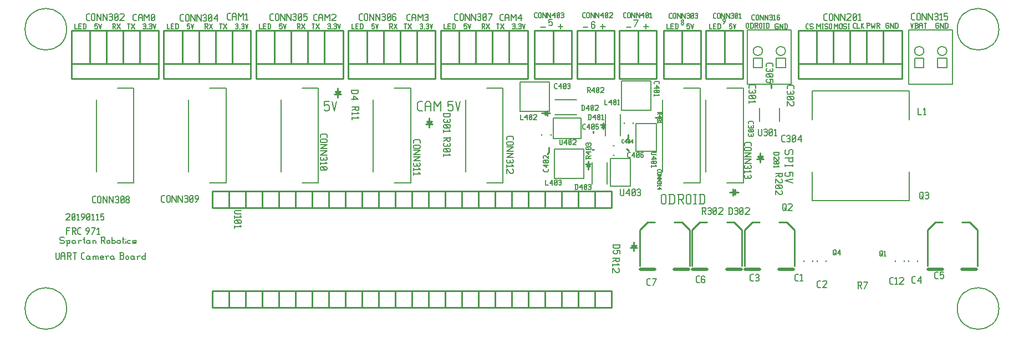
<source format=gbr>
G04 start of page 10 for group -4079 idx -4079 *
G04 Title: uart, topsilk *
G04 Creator: pcb 20140316 *
G04 CreationDate: Wed 16 Jan 2019 07:50:34 AM GMT UTC *
G04 For: brian *
G04 Format: Gerber/RS-274X *
G04 PCB-Dimensions (mil): 9000.00 5000.00 *
G04 PCB-Coordinate-Origin: lower left *
%MOIN*%
%FSLAX25Y25*%
%LNTOPSILK*%
%ADD189C,0.0110*%
%ADD188C,0.0098*%
%ADD187C,0.0197*%
%ADD186C,0.0080*%
%ADD185C,0.0100*%
G54D185*X441000Y330500D02*Y328500D01*
X439000Y329500D02*X444000D01*
X442000D02*X441000Y328500D01*
X442000Y329500D02*X441000Y330500D01*
X442500Y331000D02*Y328000D01*
X469500Y307500D02*X470500D01*
X490000Y308000D02*X490500D01*
X491500Y307000D01*
X470000Y318500D02*Y317500D01*
X476000Y323500D02*Y320000D01*
X491000Y316500D02*Y314500D01*
X490500Y314000D01*
X474500Y322500D02*X477500D01*
X476000Y322000D02*X475000Y321000D01*
X476000Y322000D02*X477000Y321000D01*
X475000D02*X477000D01*
X466000Y297500D02*X468000D01*
X467000Y300500D02*Y295500D01*
Y298500D02*X468000Y297500D01*
X467000Y298500D02*X466000Y297500D01*
X465500Y299000D02*X468500D01*
X443500Y306000D02*X442500Y305000D01*
X443500Y309000D02*Y306000D01*
X494500Y252000D02*Y246500D01*
X492500Y248500D02*X496500D01*
X494500D02*X493000Y250000D01*
X496000D01*
X494500Y248500D01*
X507500Y327000D02*X508500D01*
X577000Y344500D02*Y347000D01*
X576500Y347500D01*
X570500Y305500D02*Y300000D01*
X568500Y302000D02*X572500D01*
X570500D02*X572000Y303500D01*
X569000D01*
X570500Y302000D01*
X552000Y282000D02*X557500D01*
X554000Y284000D02*Y280000D01*
Y282000D02*X555500Y280500D01*
Y283500D02*X554000Y282000D01*
X555500Y283500D02*Y280500D01*
X371500Y326500D02*Y321000D01*
X369500Y323000D02*X373500D01*
X371500D02*X373000Y324500D01*
X370000D01*
X371500Y323000D01*
X316500Y344500D02*Y339000D01*
X314500Y341000D02*X318500D01*
X316500D02*X318000Y342500D01*
X315000D01*
X316500Y341000D01*
G54D186*X590241Y305159D02*X589641Y304559D01*
X590241Y306959D02*Y305159D01*
X589641Y307559D02*X590241Y306959D01*
X588441Y307559D02*X589641D01*
X588441D02*X587841Y306959D01*
Y305159D01*
X587241Y304559D01*
X586041D02*X587241D01*
X585441Y305159D02*X586041Y304559D01*
X585441Y306959D02*Y305159D01*
X586041Y307559D02*X585441Y306959D01*
Y302519D02*X590241D01*
Y303119D02*Y300719D01*
X589641Y300119D01*
X588441D02*X589641D01*
X587841Y300719D02*X588441Y300119D01*
X587841Y302519D02*Y300719D01*
X590241Y298679D02*Y297479D01*
X585441Y298079D02*X590241D01*
X585441Y298679D02*Y297479D01*
X590241Y293879D02*Y291479D01*
X587841Y293879D02*X590241D01*
X587841D02*X588441Y293279D01*
Y292079D01*
X587841Y291479D01*
X586041D02*X587841D01*
X585441Y292079D02*X586041Y291479D01*
X585441Y293279D02*Y292079D01*
X586041Y293879D02*X585441Y293279D01*
X590241Y290039D02*X585441Y288839D01*
X590241Y287639D01*
X365494Y330900D02*X367340D01*
X364500Y331894D02*X365494Y330900D01*
X364500Y335586D02*Y331894D01*
Y335586D02*X365494Y336580D01*
X367340D01*
X369044Y335160D02*Y330900D01*
Y335160D02*X370038Y336580D01*
X371600D01*
X372594Y335160D01*
Y330900D01*
X369044Y333740D02*X372594D01*
X374298Y336580D02*Y330900D01*
Y336580D02*X376428Y333740D01*
X378558Y336580D01*
Y330900D01*
X382818Y336580D02*X385658D01*
X382818D02*Y333740D01*
X383528Y334450D01*
X384948D01*
X385658Y333740D01*
Y331610D01*
X384948Y330900D02*X385658Y331610D01*
X383528Y330900D02*X384948D01*
X382818Y331610D02*X383528Y330900D01*
X387362Y336580D02*X388782Y330900D01*
X390202Y336580D01*
X308500Y336600D02*X311300D01*
X308500D02*Y333800D01*
X309200Y334500D01*
X310600D01*
X311300Y333800D01*
Y331700D01*
X310600Y331000D02*X311300Y331700D01*
X309200Y331000D02*X310600D01*
X308500Y331700D02*X309200Y331000D01*
X312980Y336600D02*X314380Y331000D01*
X315780Y336600D01*
X511000Y279870D02*Y275610D01*
Y279870D02*X511710Y280580D01*
X513130D01*
X513840Y279870D01*
Y275610D01*
X513130Y274900D02*X513840Y275610D01*
X511710Y274900D02*X513130D01*
X511000Y275610D02*X511710Y274900D01*
X516254Y280580D02*Y274900D01*
X518100Y280580D02*X519094Y279586D01*
Y275894D01*
X518100Y274900D02*X519094Y275894D01*
X515544Y274900D02*X518100D01*
X515544Y280580D02*X518100D01*
X520798D02*X523638D01*
X524348Y279870D01*
Y278450D01*
X523638Y277740D02*X524348Y278450D01*
X521508Y277740D02*X523638D01*
X521508Y280580D02*Y274900D01*
X522644Y277740D02*X524348Y274900D01*
X526052Y279870D02*Y275610D01*
Y279870D02*X526762Y280580D01*
X528182D01*
X528892Y279870D01*
Y275610D01*
X528182Y274900D02*X528892Y275610D01*
X526762Y274900D02*X528182D01*
X526052Y275610D02*X526762Y274900D01*
X530596Y280580D02*X532016D01*
X531306D02*Y274900D01*
X530596D02*X532016D01*
X534430Y280580D02*Y274900D01*
X536276Y280580D02*X537270Y279586D01*
Y275894D01*
X536276Y274900D02*X537270Y275894D01*
X533720Y274900D02*X536276D01*
X533720Y280580D02*X536276D01*
X366000Y382875D02*X366375Y383250D01*
X367125D01*
X367500Y382875D01*
X367125Y380250D02*X367500Y380625D01*
X366375Y380250D02*X367125D01*
X366000Y380625D02*X366375Y380250D01*
Y381900D02*X367125D01*
X367500Y382875D02*Y382275D01*
Y381525D02*Y380625D01*
Y381525D02*X367125Y381900D01*
X367500Y382275D02*X367125Y381900D01*
X368400Y380250D02*X368775D01*
X369675Y382875D02*X370050Y383250D01*
X370800D01*
X371175Y382875D01*
X370800Y380250D02*X371175Y380625D01*
X370050Y380250D02*X370800D01*
X369675Y380625D02*X370050Y380250D01*
Y381900D02*X370800D01*
X371175Y382875D02*Y382275D01*
Y381525D02*Y380625D01*
Y381525D02*X370800Y381900D01*
X371175Y382275D02*X370800Y381900D01*
X372075Y383250D02*X372825Y380250D01*
X373575Y383250D01*
X356500D02*X358000D01*
X357250D02*Y380250D01*
X358900D02*X360775Y383250D01*
X358900D02*X360775Y380250D01*
X347500Y383250D02*X349000D01*
X349375Y382875D01*
Y382125D01*
X349000Y381750D02*X349375Y382125D01*
X347875Y381750D02*X349000D01*
X347875Y383250D02*Y380250D01*
X348475Y381750D02*X349375Y380250D01*
X350275D02*X352150Y383250D01*
X350275D02*X352150Y380250D01*
X337000Y383250D02*X338500D01*
X337000D02*Y381750D01*
X337375Y382125D01*
X338125D01*
X338500Y381750D01*
Y380625D01*
X338125Y380250D02*X338500Y380625D01*
X337375Y380250D02*X338125D01*
X337000Y380625D02*X337375Y380250D01*
X339400Y383250D02*X340150Y380250D01*
X340900Y383250D01*
X325000D02*Y380250D01*
X326500D01*
X327400Y381900D02*X328525D01*
X327400Y380250D02*X328900D01*
X327400Y383250D02*Y380250D01*
Y383250D02*X328900D01*
X330175D02*Y380250D01*
X331150Y383250D02*X331675Y382725D01*
Y380775D01*
X331150Y380250D02*X331675Y380775D01*
X329800Y380250D02*X331150D01*
X329800Y383250D02*X331150D01*
X421500Y382875D02*X421875Y383250D01*
X422625D01*
X423000Y382875D01*
X422625Y380250D02*X423000Y380625D01*
X421875Y380250D02*X422625D01*
X421500Y380625D02*X421875Y380250D01*
Y381900D02*X422625D01*
X423000Y382875D02*Y382275D01*
Y381525D02*Y380625D01*
Y381525D02*X422625Y381900D01*
X423000Y382275D02*X422625Y381900D01*
X423900Y380250D02*X424275D01*
X425175Y382875D02*X425550Y383250D01*
X426300D01*
X426675Y382875D01*
X426300Y380250D02*X426675Y380625D01*
X425550Y380250D02*X426300D01*
X425175Y380625D02*X425550Y380250D01*
Y381900D02*X426300D01*
X426675Y382875D02*Y382275D01*
Y381525D02*Y380625D01*
Y381525D02*X426300Y381900D01*
X426675Y382275D02*X426300Y381900D01*
X427575Y383250D02*X428325Y380250D01*
X429075Y383250D01*
X412000D02*X413500D01*
X412750D02*Y380250D01*
X414400D02*X416275Y383250D01*
X414400D02*X416275Y380250D01*
X438500Y381240D02*X441340D01*
X403000Y383250D02*X404500D01*
X404875Y382875D01*
Y382125D01*
X404500Y381750D02*X404875Y382125D01*
X403375Y381750D02*X404500D01*
X403375Y383250D02*Y380250D01*
X403975Y381750D02*X404875Y380250D01*
X405775D02*X407650Y383250D01*
X405775D02*X407650Y380250D01*
X392500Y383250D02*X394000D01*
X392500D02*Y381750D01*
X392875Y382125D01*
X393625D01*
X394000Y381750D01*
Y380625D01*
X393625Y380250D02*X394000Y380625D01*
X392875Y380250D02*X393625D01*
X392500Y380625D02*X392875Y380250D01*
X394900Y383250D02*X395650Y380250D01*
X396400Y383250D01*
X380500D02*Y380250D01*
X382000D01*
X382900Y381900D02*X384025D01*
X382900Y380250D02*X384400D01*
X382900Y383250D02*Y380250D01*
Y383250D02*X384400D01*
X385675D02*Y380250D01*
X386650Y383250D02*X387175Y382725D01*
Y380775D01*
X386650Y380250D02*X387175Y380775D01*
X385300Y380250D02*X386650D01*
X385300Y383250D02*X386650D01*
X449000Y381740D02*X451840D01*
X450420Y383160D02*Y380320D01*
X464000Y381240D02*X466840D01*
X474500Y381740D02*X477340D01*
X475920Y383160D02*Y380320D01*
X490000Y381240D02*X492840D01*
X500500Y381740D02*X503340D01*
X501920Y383160D02*Y380320D01*
X470470Y384520D02*X470960Y384030D01*
X469490Y384520D02*X470470D01*
X469000Y384030D02*X469490Y384520D01*
X469000Y384030D02*Y381090D01*
X469490Y380600D01*
X470470Y382756D02*X470960Y382266D01*
X469000Y382756D02*X470470D01*
X469490Y380600D02*X470470D01*
X470960Y381090D01*
Y382266D02*Y381090D01*
X494990Y381600D02*X496950Y385520D01*
X494500D02*X496950D01*
X526500Y383250D02*X528000D01*
X526500D02*Y381750D01*
X526875Y382125D01*
X527625D01*
X528000Y381750D01*
Y380625D01*
X527625Y380250D02*X528000Y380625D01*
X526875Y380250D02*X527625D01*
X526500Y380625D02*X526875Y380250D01*
X528900Y383250D02*X529650Y380250D01*
X530400Y383250D01*
X514500D02*Y380250D01*
X516000D01*
X516900Y381900D02*X518025D01*
X516900Y380250D02*X518400D01*
X516900Y383250D02*Y380250D01*
Y383250D02*X518400D01*
X519675D02*Y380250D01*
X520650Y383250D02*X521175Y382725D01*
Y380775D01*
X520650Y380250D02*X521175Y380775D01*
X519300Y380250D02*X520650D01*
X519300Y383250D02*X520650D01*
X581000D02*X581375Y382875D01*
X579875Y383250D02*X581000D01*
X579500Y382875D02*X579875Y383250D01*
X579500Y382875D02*Y380625D01*
X579875Y380250D01*
X581000D01*
X581375Y380625D01*
Y381375D02*Y380625D01*
X581000Y381750D02*X581375Y381375D01*
X580250Y381750D02*X581000D01*
X582275Y383250D02*Y380250D01*
Y383250D02*X584150Y380250D01*
Y383250D02*Y380250D01*
X585425Y383250D02*Y380250D01*
X586400Y383250D02*X586925Y382725D01*
Y380775D01*
X586400Y380250D02*X586925Y380775D01*
X585050Y380250D02*X586400D01*
X585050Y383250D02*X586400D01*
X552000D02*X553500D01*
X552000D02*Y381750D01*
X552375Y382125D01*
X553125D01*
X553500Y381750D01*
Y380625D01*
X553125Y380250D02*X553500Y380625D01*
X552375Y380250D02*X553125D01*
X552000Y380625D02*X552375Y380250D01*
X554400Y383250D02*X555150Y380250D01*
X555900Y383250D01*
X540000D02*Y380250D01*
X541500D01*
X542400Y381900D02*X543525D01*
X542400Y380250D02*X543900D01*
X542400Y383250D02*Y380250D01*
Y383250D02*X543900D01*
X545175D02*Y380250D01*
X546150Y383250D02*X546675Y382725D01*
Y380775D01*
X546150Y380250D02*X546675Y380775D01*
X544800Y380250D02*X546150D01*
X544800Y383250D02*X546150D01*
X562000Y383375D02*Y381125D01*
Y383375D02*X562375Y383750D01*
X563125D01*
X563500Y383375D01*
Y381125D01*
X563125Y380750D02*X563500Y381125D01*
X562375Y380750D02*X563125D01*
X562000Y381125D02*X562375Y380750D01*
X564775Y383750D02*Y380750D01*
X565750Y383750D02*X566275Y383225D01*
Y381275D01*
X565750Y380750D02*X566275Y381275D01*
X564400Y380750D02*X565750D01*
X564400Y383750D02*X565750D01*
X567175D02*X568675D01*
X569050Y383375D01*
Y382625D01*
X568675Y382250D02*X569050Y382625D01*
X567550Y382250D02*X568675D01*
X567550Y383750D02*Y380750D01*
X568150Y382250D02*X569050Y380750D01*
X569950Y383375D02*Y381125D01*
Y383375D02*X570325Y383750D01*
X571075D01*
X571450Y383375D01*
Y381125D01*
X571075Y380750D02*X571450Y381125D01*
X570325Y380750D02*X571075D01*
X569950Y381125D02*X570325Y380750D01*
X572350Y383750D02*X573100D01*
X572725D02*Y380750D01*
X572350D02*X573100D01*
X574375Y383750D02*Y380750D01*
X575350Y383750D02*X575875Y383225D01*
Y381275D01*
X575350Y380750D02*X575875Y381275D01*
X574000Y380750D02*X575350D01*
X574000Y383750D02*X575350D01*
X548375Y383250D02*X549500Y384750D01*
Y385875D02*Y384750D01*
X549125Y386250D02*X549500Y385875D01*
X548375Y386250D02*X549125D01*
X548000Y385875D02*X548375Y386250D01*
X548000Y385875D02*Y385125D01*
X548375Y384750D01*
X549500D01*
X523000Y383125D02*X523375Y382750D01*
X523000Y383725D02*Y383125D01*
Y383725D02*X523525Y384250D01*
X523975D01*
X524500Y383725D01*
Y383125D01*
X524125Y382750D02*X524500Y383125D01*
X523375Y382750D02*X524125D01*
X523000Y384775D02*X523525Y384250D01*
X523000Y385375D02*Y384775D01*
Y385375D02*X523375Y385750D01*
X524125D01*
X524500Y385375D01*
Y384775D01*
X523975Y384250D02*X524500Y384775D01*
X677500Y383750D02*X677875Y383375D01*
X676375Y383750D02*X677500D01*
X676000Y383375D02*X676375Y383750D01*
X676000Y383375D02*Y381125D01*
X676375Y380750D01*
X677500D01*
X677875Y381125D01*
Y381875D02*Y381125D01*
X677500Y382250D02*X677875Y381875D01*
X676750Y382250D02*X677500D01*
X678775Y383750D02*Y380750D01*
Y383750D02*X680650Y380750D01*
Y383750D02*Y380750D01*
X681925Y383750D02*Y380750D01*
X682900Y383750D02*X683425Y383225D01*
Y381275D01*
X682900Y380750D02*X683425Y381275D01*
X681550Y380750D02*X682900D01*
X681550Y383750D02*X682900D01*
X661000D02*X661750Y380750D01*
X662500Y383750D01*
X663400Y380750D02*X664900D01*
X665275Y381125D01*
Y382025D02*Y381125D01*
X664900Y382400D02*X665275Y382025D01*
X663775Y382400D02*X664900D01*
X663775Y383750D02*Y380750D01*
X663400Y383750D02*X664900D01*
X665275Y383375D01*
Y382775D01*
X664900Y382400D02*X665275Y382775D01*
X666175Y383000D02*Y380750D01*
Y383000D02*X666700Y383750D01*
X667525D01*
X668050Y383000D01*
Y380750D01*
X666175Y382250D02*X668050D01*
X668950Y383750D02*X670450D01*
X669700D02*Y380750D01*
X647500Y383750D02*X647875Y383375D01*
X646375Y383750D02*X647500D01*
X646000Y383375D02*X646375Y383750D01*
X646000Y383375D02*Y381125D01*
X646375Y380750D01*
X647500D01*
X647875Y381125D01*
Y381875D02*Y381125D01*
X647500Y382250D02*X647875Y381875D01*
X646750Y382250D02*X647500D01*
X648775Y383750D02*Y380750D01*
Y383750D02*X650650Y380750D01*
Y383750D02*Y380750D01*
X651925Y383750D02*Y380750D01*
X652900Y383750D02*X653425Y383225D01*
Y381275D01*
X652900Y380750D02*X653425Y381275D01*
X651550Y380750D02*X652900D01*
X651550Y383750D02*X652900D01*
X598525Y380250D02*X599500D01*
X598000Y380775D02*X598525Y380250D01*
X598000Y382725D02*Y380775D01*
Y382725D02*X598525Y383250D01*
X599500D01*
X601900D02*X602275Y382875D01*
X600775Y383250D02*X601900D01*
X600400Y382875D02*X600775Y383250D01*
X600400Y382875D02*Y382125D01*
X600775Y381750D01*
X601900D01*
X602275Y381375D01*
Y380625D01*
X601900Y380250D02*X602275Y380625D01*
X600775Y380250D02*X601900D01*
X600400Y380625D02*X600775Y380250D01*
X604500Y383250D02*Y380250D01*
Y383250D02*X605625Y381750D01*
X606750Y383250D01*
Y380250D01*
X607650Y383250D02*X608400D01*
X608025D02*Y380250D01*
X607650D02*X608400D01*
X610800Y383250D02*X611175Y382875D01*
X609675Y383250D02*X610800D01*
X609300Y382875D02*X609675Y383250D01*
X609300Y382875D02*Y382125D01*
X609675Y381750D01*
X610800D01*
X611175Y381375D01*
Y380625D01*
X610800Y380250D02*X611175Y380625D01*
X609675Y380250D02*X610800D01*
X609300Y380625D02*X609675Y380250D01*
X612075Y382875D02*Y380625D01*
Y382875D02*X612450Y383250D01*
X613200D01*
X613575Y382875D01*
Y380625D01*
X613200Y380250D02*X613575Y380625D01*
X612450Y380250D02*X613200D01*
X612075Y380625D02*X612450Y380250D01*
X634875Y383750D02*Y380750D01*
X634500Y383750D02*X636000D01*
X636375Y383375D01*
Y382625D01*
X636000Y382250D02*X636375Y382625D01*
X634875Y382250D02*X636000D01*
X637275Y383750D02*Y382250D01*
X637650Y380750D01*
X638400Y382250D01*
X639150Y380750D01*
X639525Y382250D01*
Y383750D02*Y382250D01*
X640425Y383750D02*X641925D01*
X642300Y383375D01*
Y382625D01*
X641925Y382250D02*X642300Y382625D01*
X640800Y382250D02*X641925D01*
X640800Y383750D02*Y380750D01*
X641400Y382250D02*X642300Y380750D01*
X627025D02*X628000D01*
X626500Y381275D02*X627025Y380750D01*
X626500Y383225D02*Y381275D01*
Y383225D02*X627025Y383750D01*
X628000D01*
X628900D02*Y380750D01*
X630400D01*
X631300Y383750D02*Y380750D01*
Y382250D02*X632800Y383750D01*
X631300Y382250D02*X632800Y380750D01*
X615000Y383250D02*Y380250D01*
Y383250D02*X616125Y381750D01*
X617250Y383250D01*
Y380250D01*
X618150Y382875D02*Y380625D01*
Y382875D02*X618525Y383250D01*
X619275D01*
X619650Y382875D01*
Y380625D01*
X619275Y380250D02*X619650Y380625D01*
X618525Y380250D02*X619275D01*
X618150Y380625D02*X618525Y380250D01*
X622050Y383250D02*X622425Y382875D01*
X620925Y383250D02*X622050D01*
X620550Y382875D02*X620925Y383250D01*
X620550Y382875D02*Y382125D01*
X620925Y381750D01*
X622050D01*
X622425Y381375D01*
Y380625D01*
X622050Y380250D02*X622425Y380625D01*
X620925Y380250D02*X622050D01*
X620550Y380625D02*X620925Y380250D01*
X623325Y383250D02*X624075D01*
X623700D02*Y380250D01*
X623325D02*X624075D01*
X153000Y268530D02*X153490Y269020D01*
X154960D01*
X155450Y268530D01*
Y267550D01*
X153000Y265100D02*X155450Y267550D01*
X153000Y265100D02*X155450D01*
X156626Y265590D02*X157116Y265100D01*
X156626Y268530D02*Y265590D01*
Y268530D02*X157116Y269020D01*
X158096D01*
X158586Y268530D01*
Y265590D01*
X158096Y265100D02*X158586Y265590D01*
X157116Y265100D02*X158096D01*
X156626Y266080D02*X158586Y268040D01*
X159762Y268236D02*X160546Y269020D01*
Y265100D01*
X159762D02*X161232D01*
X162898D02*X164368Y267060D01*
Y268530D02*Y267060D01*
X163878Y269020D02*X164368Y268530D01*
X162898Y269020D02*X163878D01*
X162408Y268530D02*X162898Y269020D01*
X162408Y268530D02*Y267550D01*
X162898Y267060D01*
X164368D01*
X165544Y265590D02*X166034Y265100D01*
X165544Y268530D02*Y265590D01*
Y268530D02*X166034Y269020D01*
X167014D01*
X167504Y268530D01*
Y265590D01*
X167014Y265100D02*X167504Y265590D01*
X166034Y265100D02*X167014D01*
X165544Y266080D02*X167504Y268040D01*
X168680Y268236D02*X169464Y269020D01*
Y265100D01*
X168680D02*X170150D01*
X171326Y268236D02*X172110Y269020D01*
Y265100D01*
X171326D02*X172796D01*
X173972Y269020D02*X175932D01*
X173972D02*Y267060D01*
X174462Y267550D01*
X175442D01*
X175932Y267060D01*
Y265590D01*
X175442Y265100D02*X175932Y265590D01*
X174462Y265100D02*X175442D01*
X173972Y265590D02*X174462Y265100D01*
X153500Y260520D02*Y256600D01*
Y260520D02*X155460D01*
X153500Y258756D02*X154970D01*
X156636Y260520D02*X158596D01*
X159086Y260030D01*
Y259050D01*
X158596Y258560D02*X159086Y259050D01*
X157126Y258560D02*X158596D01*
X157126Y260520D02*Y256600D01*
X157910Y258560D02*X159086Y256600D01*
X160948D02*X162222D01*
X160262Y257286D02*X160948Y256600D01*
X160262Y259834D02*Y257286D01*
Y259834D02*X160948Y260520D01*
X162222D01*
X165652Y256600D02*X167122Y258560D01*
Y260030D02*Y258560D01*
X166632Y260520D02*X167122Y260030D01*
X165652Y260520D02*X166632D01*
X165162Y260030D02*X165652Y260520D01*
X165162Y260030D02*Y259050D01*
X165652Y258560D01*
X167122D01*
X168788Y256600D02*X170748Y260520D01*
X168298D02*X170748D01*
X171924Y259736D02*X172708Y260520D01*
Y256600D01*
X171924D02*X173394D01*
X151460Y255020D02*X151950Y254530D01*
X149990Y255020D02*X151460D01*
X149500Y254530D02*X149990Y255020D01*
X149500Y254530D02*Y253550D01*
X149990Y253060D01*
X151460D01*
X151950Y252570D01*
Y251590D01*
X151460Y251100D02*X151950Y251590D01*
X149990Y251100D02*X151460D01*
X149500Y251590D02*X149990Y251100D01*
X153616Y252570D02*Y249630D01*
X153126Y253060D02*X153616Y252570D01*
X154106Y253060D01*
X155086D01*
X155576Y252570D01*
Y251590D01*
X155086Y251100D02*X155576Y251590D01*
X154106Y251100D02*X155086D01*
X153616Y251590D02*X154106Y251100D01*
X158222Y253060D02*X158712Y252570D01*
X157242Y253060D02*X158222D01*
X156752Y252570D02*X157242Y253060D01*
X156752Y252570D02*Y251590D01*
X157242Y251100D01*
X158712Y253060D02*Y251590D01*
X159202Y251100D01*
X157242D02*X158222D01*
X158712Y251590D01*
X160868Y252570D02*Y251100D01*
Y252570D02*X161358Y253060D01*
X162338D01*
X160378D02*X160868Y252570D01*
X164004Y255020D02*Y251590D01*
X164494Y251100D01*
X163514Y253550D02*X164494D01*
X166944Y253060D02*X167434Y252570D01*
X165964Y253060D02*X166944D01*
X165474Y252570D02*X165964Y253060D01*
X165474Y252570D02*Y251590D01*
X165964Y251100D01*
X167434Y253060D02*Y251590D01*
X167924Y251100D01*
X165964D02*X166944D01*
X167434Y251590D01*
X169590Y252570D02*Y251100D01*
Y252570D02*X170080Y253060D01*
X170570D01*
X171060Y252570D01*
Y251100D01*
X169100Y253060D02*X169590Y252570D01*
X174000Y255020D02*X175960D01*
X176450Y254530D01*
Y253550D01*
X175960Y253060D02*X176450Y253550D01*
X174490Y253060D02*X175960D01*
X174490Y255020D02*Y251100D01*
X175274Y253060D02*X176450Y251100D01*
X177626Y252570D02*Y251590D01*
Y252570D02*X178116Y253060D01*
X179096D01*
X179586Y252570D01*
Y251590D01*
X179096Y251100D02*X179586Y251590D01*
X178116Y251100D02*X179096D01*
X177626Y251590D02*X178116Y251100D01*
X180762Y255020D02*Y251100D01*
Y251590D02*X181252Y251100D01*
X182232D01*
X182722Y251590D01*
Y252570D02*Y251590D01*
X182232Y253060D02*X182722Y252570D01*
X181252Y253060D02*X182232D01*
X180762Y252570D02*X181252Y253060D01*
X183898Y252570D02*Y251590D01*
Y252570D02*X184388Y253060D01*
X185368D01*
X185858Y252570D01*
Y251590D01*
X185368Y251100D02*X185858Y251590D01*
X184388Y251100D02*X185368D01*
X183898Y251590D02*X184388Y251100D01*
X187524Y255020D02*Y251590D01*
X188014Y251100D01*
X187034Y253550D02*X188014D01*
X188994Y254040D02*Y253942D01*
Y252570D02*Y251100D01*
X190464Y253060D02*X191934D01*
X189974Y252570D02*X190464Y253060D01*
X189974Y252570D02*Y251590D01*
X190464Y251100D01*
X191934D01*
X193600D02*X195070D01*
X195560Y251590D01*
X195070Y252080D02*X195560Y251590D01*
X193600Y252080D02*X195070D01*
X193110Y252570D02*X193600Y252080D01*
X193110Y252570D02*X193600Y253060D01*
X195070D01*
X195560Y252570D01*
X193110Y251590D02*X193600Y251100D01*
X147000Y245520D02*Y242090D01*
X147490Y241600D01*
X148470D01*
X148960Y242090D01*
Y245520D02*Y242090D01*
X150136Y244540D02*Y241600D01*
Y244540D02*X150822Y245520D01*
X151900D01*
X152586Y244540D01*
Y241600D01*
X150136Y243560D02*X152586D01*
X153762Y245520D02*X155722D01*
X156212Y245030D01*
Y244050D01*
X155722Y243560D02*X156212Y244050D01*
X154252Y243560D02*X155722D01*
X154252Y245520D02*Y241600D01*
X155036Y243560D02*X156212Y241600D01*
X157388Y245520D02*X159348D01*
X158368D02*Y241600D01*
X162974D02*X164248D01*
X162288Y242286D02*X162974Y241600D01*
X162288Y244834D02*Y242286D01*
Y244834D02*X162974Y245520D01*
X164248D01*
X166894Y243560D02*X167384Y243070D01*
X165914Y243560D02*X166894D01*
X165424Y243070D02*X165914Y243560D01*
X165424Y243070D02*Y242090D01*
X165914Y241600D01*
X167384Y243560D02*Y242090D01*
X167874Y241600D01*
X165914D02*X166894D01*
X167384Y242090D01*
X169540Y243070D02*Y241600D01*
Y243070D02*X170030Y243560D01*
X170520D01*
X171010Y243070D01*
Y241600D01*
Y243070D02*X171500Y243560D01*
X171990D01*
X172480Y243070D01*
Y241600D01*
X169050Y243560D02*X169540Y243070D01*
X174146Y241600D02*X175616D01*
X173656Y242090D02*X174146Y241600D01*
X173656Y243070D02*Y242090D01*
Y243070D02*X174146Y243560D01*
X175126D01*
X175616Y243070D01*
X173656Y242580D02*X175616D01*
Y243070D02*Y242580D01*
X177282Y243070D02*Y241600D01*
Y243070D02*X177772Y243560D01*
X178752D01*
X176792D02*X177282Y243070D01*
X181398Y243560D02*X181888Y243070D01*
X180418Y243560D02*X181398D01*
X179928Y243070D02*X180418Y243560D01*
X179928Y243070D02*Y242090D01*
X180418Y241600D01*
X181888Y243560D02*Y242090D01*
X182378Y241600D01*
X180418D02*X181398D01*
X181888Y242090D01*
X185318Y241600D02*X187278D01*
X187768Y242090D01*
Y243266D02*Y242090D01*
X187278Y243756D02*X187768Y243266D01*
X185808Y243756D02*X187278D01*
X185808Y245520D02*Y241600D01*
X185318Y245520D02*X187278D01*
X187768Y245030D01*
Y244246D01*
X187278Y243756D02*X187768Y244246D01*
X188944Y243070D02*Y242090D01*
Y243070D02*X189434Y243560D01*
X190414D01*
X190904Y243070D01*
Y242090D01*
X190414Y241600D02*X190904Y242090D01*
X189434Y241600D02*X190414D01*
X188944Y242090D02*X189434Y241600D01*
X193550Y243560D02*X194040Y243070D01*
X192570Y243560D02*X193550D01*
X192080Y243070D02*X192570Y243560D01*
X192080Y243070D02*Y242090D01*
X192570Y241600D01*
X194040Y243560D02*Y242090D01*
X194530Y241600D01*
X192570D02*X193550D01*
X194040Y242090D01*
X196196Y243070D02*Y241600D01*
Y243070D02*X196686Y243560D01*
X197666D01*
X195706D02*X196196Y243070D01*
X200802Y245520D02*Y241600D01*
X200312D02*X200802Y242090D01*
X199332Y241600D02*X200312D01*
X198842Y242090D02*X199332Y241600D01*
X198842Y243070D02*Y242090D01*
Y243070D02*X199332Y243560D01*
X200312D01*
X200802Y243070D01*
X181000Y383250D02*X182500D01*
X182875Y382875D01*
Y382125D01*
X182500Y381750D02*X182875Y382125D01*
X181375Y381750D02*X182500D01*
X181375Y383250D02*Y380250D01*
X181975Y381750D02*X182875Y380250D01*
X183775D02*X185650Y383250D01*
X183775D02*X185650Y380250D01*
X170500Y383250D02*X172000D01*
X170500D02*Y381750D01*
X170875Y382125D01*
X171625D01*
X172000Y381750D01*
Y380625D01*
X171625Y380250D02*X172000Y380625D01*
X170875Y380250D02*X171625D01*
X170500Y380625D02*X170875Y380250D01*
X172900Y383250D02*X173650Y380250D01*
X174400Y383250D01*
X158500D02*Y380250D01*
X160000D01*
X160900Y381900D02*X162025D01*
X160900Y380250D02*X162400D01*
X160900Y383250D02*Y380250D01*
Y383250D02*X162400D01*
X163675D02*Y380250D01*
X164650Y383250D02*X165175Y382725D01*
Y380775D01*
X164650Y380250D02*X165175Y380775D01*
X163300Y380250D02*X164650D01*
X163300Y383250D02*X164650D01*
X199500Y382875D02*X199875Y383250D01*
X200625D01*
X201000Y382875D01*
X200625Y380250D02*X201000Y380625D01*
X199875Y380250D02*X200625D01*
X199500Y380625D02*X199875Y380250D01*
Y381900D02*X200625D01*
X201000Y382875D02*Y382275D01*
Y381525D02*Y380625D01*
Y381525D02*X200625Y381900D01*
X201000Y382275D02*X200625Y381900D01*
X201900Y380250D02*X202275D01*
X203175Y382875D02*X203550Y383250D01*
X204300D01*
X204675Y382875D01*
X204300Y380250D02*X204675Y380625D01*
X203550Y380250D02*X204300D01*
X203175Y380625D02*X203550Y380250D01*
Y381900D02*X204300D01*
X204675Y382875D02*Y382275D01*
Y381525D02*Y380625D01*
Y381525D02*X204300Y381900D01*
X204675Y382275D02*X204300Y381900D01*
X205575Y383250D02*X206325Y380250D01*
X207075Y383250D01*
X245500D02*X247000D01*
X246250D02*Y380250D01*
X247900D02*X249775Y383250D01*
X247900D02*X249775Y380250D01*
X236500Y383250D02*X238000D01*
X238375Y382875D01*
Y382125D01*
X238000Y381750D02*X238375Y382125D01*
X236875Y381750D02*X238000D01*
X236875Y383250D02*Y380250D01*
X237475Y381750D02*X238375Y380250D01*
X239275D02*X241150Y383250D01*
X239275D02*X241150Y380250D01*
X226000Y383250D02*X227500D01*
X226000D02*Y381750D01*
X226375Y382125D01*
X227125D01*
X227500Y381750D01*
Y380625D01*
X227125Y380250D02*X227500Y380625D01*
X226375Y380250D02*X227125D01*
X226000Y380625D02*X226375Y380250D01*
X228400Y383250D02*X229150Y380250D01*
X229900Y383250D01*
X214000D02*Y380250D01*
X215500D01*
X216400Y381900D02*X217525D01*
X216400Y380250D02*X217900D01*
X216400Y383250D02*Y380250D01*
Y383250D02*X217900D01*
X219175D02*Y380250D01*
X220150Y383250D02*X220675Y382725D01*
Y380775D01*
X220150Y380250D02*X220675Y380775D01*
X218800Y380250D02*X220150D01*
X218800Y383250D02*X220150D01*
X190000D02*X191500D01*
X190750D02*Y380250D01*
X192400D02*X194275Y383250D01*
X192400D02*X194275Y380250D01*
X255000Y382875D02*X255375Y383250D01*
X256125D01*
X256500Y382875D01*
X256125Y380250D02*X256500Y380625D01*
X255375Y380250D02*X256125D01*
X255000Y380625D02*X255375Y380250D01*
Y381900D02*X256125D01*
X256500Y382875D02*Y382275D01*
Y381525D02*Y380625D01*
Y381525D02*X256125Y381900D01*
X256500Y382275D02*X256125Y381900D01*
X257400Y380250D02*X257775D01*
X258675Y382875D02*X259050Y383250D01*
X259800D01*
X260175Y382875D01*
X259800Y380250D02*X260175Y380625D01*
X259050Y380250D02*X259800D01*
X258675Y380625D02*X259050Y380250D01*
Y381900D02*X259800D01*
X260175Y382875D02*Y382275D01*
Y381525D02*Y380625D01*
Y381525D02*X259800Y381900D01*
X260175Y382275D02*X259800Y381900D01*
X261075Y383250D02*X261825Y380250D01*
X262575Y383250D01*
X310500Y382875D02*X310875Y383250D01*
X311625D01*
X312000Y382875D01*
X311625Y380250D02*X312000Y380625D01*
X310875Y380250D02*X311625D01*
X310500Y380625D02*X310875Y380250D01*
Y381900D02*X311625D01*
X312000Y382875D02*Y382275D01*
Y381525D02*Y380625D01*
Y381525D02*X311625Y381900D01*
X312000Y382275D02*X311625Y381900D01*
X312900Y380250D02*X313275D01*
X314175Y382875D02*X314550Y383250D01*
X315300D01*
X315675Y382875D01*
X315300Y380250D02*X315675Y380625D01*
X314550Y380250D02*X315300D01*
X314175Y380625D02*X314550Y380250D01*
Y381900D02*X315300D01*
X315675Y382875D02*Y382275D01*
Y381525D02*Y380625D01*
Y381525D02*X315300Y381900D01*
X315675Y382275D02*X315300Y381900D01*
X316575Y383250D02*X317325Y380250D01*
X318075Y383250D01*
X301000D02*X302500D01*
X301750D02*Y380250D01*
X303400D02*X305275Y383250D01*
X303400D02*X305275Y380250D01*
X292000Y383250D02*X293500D01*
X293875Y382875D01*
Y382125D01*
X293500Y381750D02*X293875Y382125D01*
X292375Y381750D02*X293500D01*
X292375Y383250D02*Y380250D01*
X292975Y381750D02*X293875Y380250D01*
X294775D02*X296650Y383250D01*
X294775D02*X296650Y380250D01*
X281500Y383250D02*X283000D01*
X281500D02*Y381750D01*
X281875Y382125D01*
X282625D01*
X283000Y381750D01*
Y380625D01*
X282625Y380250D02*X283000Y380625D01*
X281875Y380250D02*X282625D01*
X281500Y380625D02*X281875Y380250D01*
X283900Y383250D02*X284650Y380250D01*
X285400Y383250D01*
X269500D02*Y380250D01*
X271000D01*
X271900Y381900D02*X273025D01*
X271900Y380250D02*X273400D01*
X271900Y383250D02*Y380250D01*
Y383250D02*X273400D01*
X274675D02*Y380250D01*
X275650Y383250D02*X276175Y382725D01*
Y380775D01*
X275650Y380250D02*X276175Y380775D01*
X274300Y380250D02*X275650D01*
X274300Y383250D02*X275650D01*
X194186Y385100D02*X195460D01*
X193500Y385786D02*X194186Y385100D01*
X193500Y388334D02*Y385786D01*
Y388334D02*X194186Y389020D01*
X195460D01*
X196636Y388040D02*Y385100D01*
Y388040D02*X197322Y389020D01*
X198400D01*
X199086Y388040D01*
Y385100D01*
X196636Y387060D02*X199086D01*
X200262Y389020D02*Y385100D01*
Y389020D02*X201732Y387060D01*
X203202Y389020D01*
Y385100D01*
X204378Y385590D02*X204868Y385100D01*
X204378Y388530D02*Y385590D01*
Y388530D02*X204868Y389020D01*
X205848D01*
X206338Y388530D01*
Y385590D01*
X205848Y385100D02*X206338Y385590D01*
X204868Y385100D02*X205848D01*
X204378Y386080D02*X206338Y388040D01*
X250686Y385600D02*X251960D01*
X250000Y386286D02*X250686Y385600D01*
X250000Y388834D02*Y386286D01*
Y388834D02*X250686Y389520D01*
X251960D01*
X253136Y388540D02*Y385600D01*
Y388540D02*X253822Y389520D01*
X254900D01*
X255586Y388540D01*
Y385600D01*
X253136Y387560D02*X255586D01*
X256762Y389520D02*Y385600D01*
Y389520D02*X258232Y387560D01*
X259702Y389520D01*
Y385600D01*
X260878Y388736D02*X261662Y389520D01*
Y385600D01*
X260878D02*X262348D01*
X302686Y385100D02*X303960D01*
X302000Y385786D02*X302686Y385100D01*
X302000Y388334D02*Y385786D01*
Y388334D02*X302686Y389020D01*
X303960D01*
X305136Y388040D02*Y385100D01*
Y388040D02*X305822Y389020D01*
X306900D01*
X307586Y388040D01*
Y385100D01*
X305136Y387060D02*X307586D01*
X308762Y389020D02*Y385100D01*
Y389020D02*X310232Y387060D01*
X311702Y389020D01*
Y385100D01*
X312878Y388530D02*X313368Y389020D01*
X314838D01*
X315328Y388530D01*
Y387550D01*
X312878Y385100D02*X315328Y387550D01*
X312878Y385100D02*X315328D01*
X358686D02*X359960D01*
X358000Y385786D02*X358686Y385100D01*
X358000Y388334D02*Y385786D01*
Y388334D02*X358686Y389020D01*
X359960D01*
X361136Y388040D02*Y385100D01*
Y388040D02*X361822Y389020D01*
X362900D01*
X363586Y388040D01*
Y385100D01*
X361136Y387060D02*X363586D01*
X364762Y389020D02*Y385100D01*
Y389020D02*X366232Y387060D01*
X367702Y389020D01*
Y385100D01*
X368878Y388530D02*X369368Y389020D01*
X370348D01*
X370838Y388530D01*
X370348Y385100D02*X370838Y385590D01*
X369368Y385100D02*X370348D01*
X368878Y385590D02*X369368Y385100D01*
Y387256D02*X370348D01*
X370838Y388530D02*Y387746D01*
Y386766D02*Y385590D01*
Y386766D02*X370348Y387256D01*
X370838Y387746D02*X370348Y387256D01*
X414686Y385100D02*X415960D01*
X414000Y385786D02*X414686Y385100D01*
X414000Y388334D02*Y385786D01*
Y388334D02*X414686Y389020D01*
X415960D01*
X417136Y388040D02*Y385100D01*
Y388040D02*X417822Y389020D01*
X418900D01*
X419586Y388040D01*
Y385100D01*
X417136Y387060D02*X419586D01*
X420762Y389020D02*Y385100D01*
Y389020D02*X422232Y387060D01*
X423702Y389020D01*
Y385100D01*
X424878Y386570D02*X426838Y389020D01*
X424878Y386570D02*X427328D01*
X426838Y389020D02*Y385100D01*
X443500Y386020D02*X445460D01*
X443500D02*Y384060D01*
X443990Y384550D01*
X444970D01*
X445460Y384060D01*
Y382590D01*
X444970Y382100D02*X445460Y382590D01*
X443990Y382100D02*X444970D01*
X443500Y382590D02*X443990Y382100D01*
G54D187*X518906Y235524D02*X527567D01*
X498433D02*X507094D01*
G54D188*X528059Y259244D02*Y237689D01*
X497941Y259244D02*Y237689D01*
Y259244D02*X502665Y263969D01*
X528059Y259244D02*X523335Y263969D01*
X502665D02*X507094D01*
X518906D02*X523335D01*
G54D187*X550406Y235524D02*X559067D01*
X529933D02*X538594D01*
G54D188*X559559Y259244D02*Y237689D01*
X529441Y259244D02*Y237689D01*
Y259244D02*X534165Y263969D01*
X559559Y259244D02*X554835Y263969D01*
X534165D02*X538594D01*
X550406D02*X554835D01*
G54D187*X581906Y235524D02*X590567D01*
X561433D02*X570094D01*
G54D188*X591059Y259244D02*Y237689D01*
X560941Y259244D02*Y237689D01*
Y259244D02*X565665Y263969D01*
X591059Y259244D02*X586335Y263969D01*
X565665D02*X570094D01*
X581906D02*X586335D01*
G54D186*X602255Y240893D02*Y240107D01*
X596745Y240893D02*Y240107D01*
G54D185*X241000Y272500D02*X481000D01*
Y282500D02*X241000D01*
Y272500D02*Y282500D01*
X251000Y272500D02*Y282500D01*
X261000Y272500D02*Y282500D01*
X271000Y272500D02*Y282500D01*
X281000Y272500D02*Y282500D01*
X291000Y272500D02*Y282500D01*
X301000Y272500D02*Y282500D01*
X311000Y272500D02*Y282500D01*
X321000Y272500D02*Y282500D01*
X331000Y272500D02*Y282500D01*
X341000Y272500D02*Y282500D01*
X351000Y272500D02*Y282500D01*
X361000Y272500D02*Y282500D01*
X371000Y272500D02*Y282500D01*
X381000Y272500D02*Y282500D01*
X391000Y272500D02*Y282500D01*
X401000Y272500D02*Y282500D01*
X411000Y272500D02*Y282500D01*
X421000Y272500D02*Y282500D01*
X431000Y272500D02*Y282500D01*
X441000Y272500D02*Y282500D01*
X451000Y272500D02*Y282500D01*
X461000Y272500D02*Y282500D01*
X471000Y272500D02*Y282500D01*
X481000Y272500D02*Y282500D01*
X241000Y212500D02*X481000D01*
Y222500D02*X241000D01*
Y212500D02*Y222500D01*
X251000Y212500D02*Y222500D01*
X261000Y212500D02*Y222500D01*
X271000Y212500D02*Y222500D01*
X281000Y212500D02*Y222500D01*
X291000Y212500D02*Y222500D01*
X301000Y212500D02*Y222500D01*
X311000Y212500D02*Y222500D01*
X321000Y212500D02*Y222500D01*
X331000Y212500D02*Y222500D01*
X341000Y212500D02*Y222500D01*
X351000Y212500D02*Y222500D01*
X361000Y212500D02*Y222500D01*
X371000Y212500D02*Y222500D01*
X381000Y212500D02*Y222500D01*
X391000Y212500D02*Y222500D01*
X401000Y212500D02*Y222500D01*
X411000Y212500D02*Y222500D01*
X421000Y212500D02*Y222500D01*
X431000Y212500D02*Y222500D01*
X441000Y212500D02*Y222500D01*
X451000Y212500D02*Y222500D01*
X461000Y212500D02*Y222500D01*
X471000Y212500D02*Y222500D01*
X481000Y212500D02*Y222500D01*
G54D186*X128500Y212000D02*G75*G03X128500Y212000I12500J0D01*G01*
X534406Y344543D02*Y287457D01*
X524563D02*X534406D01*
X524563Y344543D02*X534406D01*
X511886Y337654D02*Y294346D01*
G54D185*X534700Y379300D02*Y350300D01*
X512300Y379300D02*Y350300D01*
X534700D01*
X512300Y359300D02*X534700D01*
X523500Y379300D02*Y359300D01*
X512300Y379300D02*X534700D01*
X482700D02*Y350300D01*
X460300Y379300D02*Y350300D01*
X482700D01*
X460300Y359300D02*X482700D01*
X471500Y379300D02*Y359300D01*
X460300Y379300D02*X482700D01*
X508200D02*Y350300D01*
X485800Y379300D02*Y350300D01*
X508200D01*
X485800Y359300D02*X508200D01*
X497000Y379300D02*Y359300D01*
X485800Y379300D02*X508200D01*
G54D186*X480400Y302300D02*Y285700D01*
X492600D01*
Y302300D02*Y285700D01*
X480400Y302300D02*X492600D01*
X482107Y309755D02*X482893D01*
X482107Y304245D02*X482893D01*
X495900Y323300D02*Y306700D01*
X508100D01*
Y323300D02*Y306700D01*
X495900Y323300D02*X508100D01*
X486528Y316004D02*Y328996D01*
X477472Y316004D02*Y328996D01*
G54D189*Y327618D03*
X486528D03*
G54D186*X487142Y348858D02*Y331142D01*
Y348858D02*X504858D01*
X487142Y331142D02*X504858D01*
Y348858D02*Y331142D01*
X494255Y323107D02*Y323893D01*
X488745Y323107D02*Y323893D01*
G54D185*X375200Y379300D02*Y350300D01*
X322800Y379300D02*Y350300D01*
X375200D01*
X322800Y359300D02*X375200D01*
X364000Y379300D02*Y359300D01*
X354000Y379300D02*Y359300D01*
X344000Y379300D02*Y359300D01*
X334000Y379300D02*Y359300D01*
X322800Y379300D02*X375200D01*
X319700D02*Y350300D01*
X267300Y379300D02*Y350300D01*
X319700D01*
X267300Y359300D02*X319700D01*
X308500Y379300D02*Y359300D01*
X298500Y379300D02*Y359300D01*
X288500Y379300D02*Y359300D01*
X278500Y379300D02*Y359300D01*
X267300Y379300D02*X319700D01*
X264200D02*Y350300D01*
X211800Y379300D02*Y350300D01*
X264200D01*
X211800Y359300D02*X264200D01*
X253000Y379300D02*Y359300D01*
X243000Y379300D02*Y359300D01*
X233000Y379300D02*Y359300D01*
X223000Y379300D02*Y359300D01*
X211800Y379300D02*X264200D01*
X208700D02*Y350300D01*
X156300Y379300D02*Y350300D01*
X208700D01*
X156300Y359300D02*X208700D01*
X197500Y379300D02*Y359300D01*
X187500Y379300D02*Y359300D01*
X177500Y379300D02*Y359300D01*
X167500Y379300D02*Y359300D01*
X156300Y379300D02*X208700D01*
G54D186*X128500Y380000D02*G75*G03X128500Y380000I12500J0D01*G01*
X360406Y344543D02*Y287457D01*
X350563D02*X360406D01*
X350563Y344543D02*X360406D01*
X337886Y337654D02*Y294346D01*
X304906Y344543D02*Y287457D01*
X295063D02*X304906D01*
X295063Y344543D02*X304906D01*
X282386Y337654D02*Y294346D01*
X249406Y344543D02*Y287457D01*
X239563D02*X249406D01*
X239563Y344543D02*X249406D01*
X226886Y337654D02*Y294346D01*
X193906Y344543D02*Y287457D01*
X184063D02*X193906D01*
X184063Y344543D02*X193906D01*
X171386Y337654D02*Y294346D01*
G54D185*X457200Y379300D02*Y350300D01*
X434800Y379300D02*Y350300D01*
X457200D01*
X434800Y359300D02*X457200D01*
X446000Y379300D02*Y359300D01*
X434800Y379300D02*X457200D01*
X430700D02*Y350300D01*
X378300Y379300D02*Y350300D01*
X430700D01*
X378300Y359300D02*X430700D01*
X419500Y379300D02*Y359300D01*
X409500Y379300D02*Y359300D01*
X399500Y379300D02*Y359300D01*
X389500Y379300D02*Y359300D01*
X378300Y379300D02*X430700D01*
G54D186*X443858Y348358D02*Y330642D01*
X426142D02*X443858D01*
X426142Y348358D02*X443858D01*
X426142D02*Y330642D01*
X415906Y344543D02*Y287457D01*
X406063D02*X415906D01*
X406063Y344543D02*X415906D01*
X393386Y337654D02*Y294346D01*
X439245Y316893D02*Y316107D01*
X444755Y316893D02*Y316107D01*
X446200Y326600D02*X462800D01*
X446200D02*Y314400D01*
X462800D01*
Y326600D02*Y314400D01*
X447004Y328472D02*X459996D01*
X447004Y337528D02*X459996D01*
G54D189*X458618D03*
Y328472D03*
G54D186*X446642Y307858D02*Y290142D01*
Y307858D02*X464358D01*
X446642Y290142D02*X464358D01*
Y307858D02*Y290142D01*
X478528Y299996D02*Y287004D01*
X469472Y299996D02*Y287004D01*
G54D189*Y298618D03*
X478528D03*
G54D186*X569996Y324465D02*Y332535D01*
X582004Y324465D02*Y332535D01*
X610255Y240893D02*Y240107D01*
X604745Y240893D02*Y240107D01*
X657255Y240893D02*Y240107D01*
X651745Y240893D02*Y240107D01*
X665255Y240893D02*Y240107D01*
X659745Y240893D02*Y240107D01*
G54D187*X691906Y235524D02*X700567D01*
X671433D02*X680094D01*
G54D188*X701059Y259244D02*Y237689D01*
X670941Y259244D02*Y237689D01*
Y259244D02*X675665Y263969D01*
X701059Y259244D02*X696335Y263969D01*
X675665D02*X680094D01*
X691906D02*X696335D01*
G54D186*X689000Y212000D02*G75*G03X689000Y212000I12500J0D01*G01*
X601866Y325748D02*Y343071D01*
Y294252D02*Y276929D01*
X660134Y325748D02*Y343071D01*
Y294252D02*Y276929D01*
X601866D01*
X660134Y343071D02*X601866D01*
G54D185*X655700Y379300D02*Y350300D01*
X593300Y379300D02*Y350300D01*
X655700D01*
X593300Y359300D02*X655700D01*
X644500Y379300D02*Y359300D01*
X634500Y379300D02*Y359300D01*
X624500Y379300D02*Y359300D01*
X614500Y379300D02*Y359300D01*
X604500Y379300D02*Y359300D01*
X593300Y379300D02*X655700D01*
G54D186*X659811Y379512D02*X686189D01*
X659811Y346835D02*X686189D01*
X659811Y379512D02*Y346835D01*
X686189Y379512D02*Y346835D01*
X663354Y357071D02*X668866D01*
Y362583D02*Y357071D01*
X663354Y362583D02*X668866D01*
X663354D02*Y357071D01*
X677134D02*X682646D01*
X677134Y362583D02*Y357071D01*
Y362583D02*X682646D01*
Y357071D01*
X663354Y366913D02*G75*G03X663354Y366913I2756J0D01*G01*
X677134D02*G75*G03X677134Y366913I2756J0D01*G01*
X562811Y379512D02*X589189D01*
X562811Y346835D02*X589189D01*
X562811Y379512D02*Y346835D01*
X589189Y379512D02*Y346835D01*
X566354Y357071D02*X571866D01*
Y362583D01*
X566354D01*
Y357071D01*
X585646D02*X580134D01*
Y362583D01*
X585646D01*
Y357071D01*
X566354Y366913D02*G75*G03X566354Y366913I2756J0D01*G01*
X580134D02*G75*G03X580134Y366913I2756J0D01*G01*
X560406Y344543D02*Y287457D01*
X550563D02*X560406D01*
X550563Y344543D02*X560406D01*
X537886Y337654D02*Y294346D01*
G54D185*X560200Y379300D02*Y350300D01*
X537800Y379300D02*Y350300D01*
X560200D01*
X537800Y359300D02*X560200D01*
X549000Y379300D02*Y359300D01*
X537800Y379300D02*X560200D01*
G54D186*X689000Y380000D02*G75*G03X689000Y380000I12500J0D01*G01*
X629000Y228000D02*X631000D01*
X631500Y227500D01*
Y226500D01*
X631000Y226000D02*X631500Y226500D01*
X629500Y226000D02*X631000D01*
X629500Y228000D02*Y224000D01*
X630300Y226000D02*X631500Y224000D01*
X633200D02*X635200Y228000D01*
X632700D02*X635200D01*
X614500Y246845D02*Y244535D01*
Y246845D02*X614885Y247230D01*
X615655D01*
X616040Y246845D01*
Y244920D01*
X615270Y244150D02*X616040Y244920D01*
X614885Y244150D02*X615270D01*
X614500Y244535D02*X614885Y244150D01*
X615270Y245305D02*X616040Y244150D01*
X616964Y245305D02*X618504Y247230D01*
X616964Y245305D02*X618889D01*
X618504Y247230D02*Y244150D01*
X642500Y246345D02*Y244035D01*
Y246345D02*X642885Y246730D01*
X643655D01*
X644040Y246345D01*
Y244420D01*
X643270Y243650D02*X644040Y244420D01*
X642885Y243650D02*X643270D01*
X642500Y244035D02*X642885Y243650D01*
X643270Y244805D02*X644040Y243650D01*
X644964Y246114D02*X645580Y246730D01*
Y243650D01*
X644964D02*X646119D01*
X649050Y226650D02*X650350D01*
X648350Y227350D02*X649050Y226650D01*
X648350Y229950D02*Y227350D01*
Y229950D02*X649050Y230650D01*
X650350D01*
X651550Y229850D02*X652350Y230650D01*
Y226650D01*
X651550D02*X653050D01*
X654250Y230150D02*X654750Y230650D01*
X656250D01*
X656750Y230150D01*
Y229150D01*
X654250Y226650D02*X656750Y229150D01*
X654250Y226650D02*X656750D01*
X584000Y274500D02*Y271500D01*
Y274500D02*X584500Y275000D01*
X585500D01*
X586000Y274500D01*
Y272000D01*
X585000Y271000D02*X586000Y272000D01*
X584500Y271000D02*X585000D01*
X584000Y271500D02*X584500Y271000D01*
X585000Y272500D02*X586000Y271000D01*
X587200Y274500D02*X587700Y275000D01*
X589200D01*
X589700Y274500D01*
Y273500D01*
X587200Y271000D02*X589700Y273500D01*
X587200Y271000D02*X589700D01*
X255000D02*X258500D01*
X255000D02*X254500Y270500D01*
Y269500D01*
X255000Y269000D01*
X258500D01*
X257700Y267800D02*X258500Y267000D01*
X254500D02*X258500D01*
X254500Y267800D02*Y266300D01*
X255000Y265100D02*X254500Y264600D01*
X255000Y265100D02*X258000D01*
X258500Y264600D01*
Y263600D01*
X258000Y263100D01*
X255000D02*X258000D01*
X254500Y263600D02*X255000Y263100D01*
X254500Y264600D02*Y263600D01*
X255500Y265100D02*X257500Y263100D01*
X257700Y261900D02*X258500Y261100D01*
X254500D02*X258500D01*
X254500Y261900D02*Y260400D01*
X535350Y272650D02*X537350D01*
X537850Y272150D01*
Y271150D01*
X537350Y270650D02*X537850Y271150D01*
X535850Y270650D02*X537350D01*
X535850Y272650D02*Y268650D01*
X536650Y270650D02*X537850Y268650D01*
X539050Y272150D02*X539550Y272650D01*
X540550D01*
X541050Y272150D01*
X540550Y268650D02*X541050Y269150D01*
X539550Y268650D02*X540550D01*
X539050Y269150D02*X539550Y268650D01*
Y270850D02*X540550D01*
X541050Y272150D02*Y271350D01*
Y270350D02*Y269150D01*
Y270350D02*X540550Y270850D01*
X541050Y271350D02*X540550Y270850D01*
X542250Y269150D02*X542750Y268650D01*
X542250Y272150D02*Y269150D01*
Y272150D02*X542750Y272650D01*
X543750D01*
X544250Y272150D01*
Y269150D01*
X543750Y268650D02*X544250Y269150D01*
X542750Y268650D02*X543750D01*
X542250Y269650D02*X544250Y271650D01*
X545450Y272150D02*X545950Y272650D01*
X547450D01*
X547950Y272150D01*
Y271150D01*
X545450Y268650D02*X547950Y271150D01*
X545450Y268650D02*X547950D01*
X551850Y272650D02*Y268650D01*
X553150Y272650D02*X553850Y271950D01*
Y269350D01*
X553150Y268650D02*X553850Y269350D01*
X551350Y268650D02*X553150D01*
X551350Y272650D02*X553150D01*
X555050Y272150D02*X555550Y272650D01*
X556550D01*
X557050Y272150D01*
X556550Y268650D02*X557050Y269150D01*
X555550Y268650D02*X556550D01*
X555050Y269150D02*X555550Y268650D01*
Y270850D02*X556550D01*
X557050Y272150D02*Y271350D01*
Y270350D02*Y269150D01*
Y270350D02*X556550Y270850D01*
X557050Y271350D02*X556550Y270850D01*
X558250Y269150D02*X558750Y268650D01*
X558250Y272150D02*Y269150D01*
Y272150D02*X558750Y272650D01*
X559750D01*
X560250Y272150D01*
Y269150D01*
X559750Y268650D02*X560250Y269150D01*
X558750Y268650D02*X559750D01*
X558250Y269650D02*X560250Y271650D01*
X561450Y272150D02*X561950Y272650D01*
X563450D01*
X563950Y272150D01*
Y271150D01*
X561450Y268650D02*X563950Y271150D01*
X561450Y268650D02*X563950D01*
X503200Y226000D02*X504500D01*
X502500Y226700D02*X503200Y226000D01*
X502500Y229300D02*Y226700D01*
Y229300D02*X503200Y230000D01*
X504500D01*
X506200Y226000D02*X508200Y230000D01*
X505700D02*X508200D01*
X482150Y250150D02*X486150D01*
Y248850D02*X485450Y248150D01*
X482850D02*X485450D01*
X482150Y248850D02*X482850Y248150D01*
X482150Y250650D02*Y248850D01*
X486150Y250650D02*Y248850D01*
Y246950D02*Y244950D01*
X484150Y246950D02*X486150D01*
X484150D02*X484650Y246450D01*
Y245450D01*
X484150Y244950D01*
X482650D02*X484150D01*
X482150Y245450D02*X482650Y244950D01*
X482150Y246450D02*Y245450D01*
X482650Y246950D02*X482150Y246450D01*
X485650Y242650D02*Y240650D01*
X485150Y240150D01*
X484150D02*X485150D01*
X483650Y240650D02*X484150Y240150D01*
X483650Y242150D02*Y240650D01*
X481650Y242150D02*X485650D01*
X483650Y241350D02*X481650Y240150D01*
X484850Y238950D02*X485650Y238150D01*
X481650D02*X485650D01*
X481650Y238950D02*Y237450D01*
X485150Y236250D02*X485650Y235750D01*
Y234250D01*
X485150Y233750D01*
X484150D02*X485150D01*
X481650Y236250D02*X484150Y233750D01*
X481650Y236250D02*Y233750D01*
X532700Y227500D02*X534000D01*
X532000Y228200D02*X532700Y227500D01*
X532000Y230800D02*Y228200D01*
Y230800D02*X532700Y231500D01*
X534000D01*
X536700D02*X537200Y231000D01*
X535700Y231500D02*X536700D01*
X535200Y231000D02*X535700Y231500D01*
X535200Y231000D02*Y228000D01*
X535700Y227500D01*
X536700Y229700D02*X537200Y229200D01*
X535200Y229700D02*X536700D01*
X535700Y227500D02*X536700D01*
X537200Y228000D01*
Y229200D02*Y228000D01*
X565200Y228500D02*X566500D01*
X564500Y229200D02*X565200Y228500D01*
X564500Y231800D02*Y229200D01*
Y231800D02*X565200Y232500D01*
X566500D01*
X567700Y232000D02*X568200Y232500D01*
X569200D01*
X569700Y232000D01*
X569200Y228500D02*X569700Y229000D01*
X568200Y228500D02*X569200D01*
X567700Y229000D02*X568200Y228500D01*
Y230700D02*X569200D01*
X569700Y232000D02*Y231200D01*
Y230200D02*Y229000D01*
Y230200D02*X569200Y230700D01*
X569700Y231200D02*X569200Y230700D01*
X605550Y224650D02*X606850D01*
X604850Y225350D02*X605550Y224650D01*
X604850Y227950D02*Y225350D01*
Y227950D02*X605550Y228650D01*
X606850D01*
X608050Y228150D02*X608550Y228650D01*
X610050D01*
X610550Y228150D01*
Y227150D01*
X608050Y224650D02*X610550Y227150D01*
X608050Y224650D02*X610550D01*
X592050Y228650D02*X593350D01*
X591350Y229350D02*X592050Y228650D01*
X591350Y231950D02*Y229350D01*
Y231950D02*X592050Y232650D01*
X593350D01*
X594550Y231850D02*X595350Y232650D01*
Y228650D01*
X594550D02*X596050D01*
X516339Y386450D02*X517340D01*
X515800Y386989D02*X516339Y386450D01*
X515800Y388991D02*Y386989D01*
Y388991D02*X516339Y389530D01*
X517340D01*
X518264Y389145D02*Y386835D01*
Y389145D02*X518649Y389530D01*
X519419D01*
X519804Y389145D01*
Y386835D01*
X519419Y386450D02*X519804Y386835D01*
X518649Y386450D02*X519419D01*
X518264Y386835D02*X518649Y386450D01*
X520728Y389530D02*Y386450D01*
Y389530D02*X522653Y386450D01*
Y389530D02*Y386450D01*
X523577Y389530D02*Y386450D01*
Y389530D02*X525502Y386450D01*
Y389530D02*Y386450D01*
X526426Y389145D02*X526811Y389530D01*
X527581D01*
X527966Y389145D01*
X527581Y386450D02*X527966Y386835D01*
X526811Y386450D02*X527581D01*
X526426Y386835D02*X526811Y386450D01*
Y388144D02*X527581D01*
X527966Y389145D02*Y388529D01*
Y387759D02*Y386835D01*
Y387759D02*X527581Y388144D01*
X527966Y388529D02*X527581Y388144D01*
X528890Y386835D02*X529275Y386450D01*
X528890Y389145D02*Y386835D01*
Y389145D02*X529275Y389530D01*
X530045D01*
X530430Y389145D01*
Y386835D01*
X530045Y386450D02*X530430Y386835D01*
X529275Y386450D02*X530045D01*
X528890Y387220D02*X530430Y388760D01*
X531354Y389145D02*X531739Y389530D01*
X532509D01*
X532894Y389145D01*
X532509Y386450D02*X532894Y386835D01*
X531739Y386450D02*X532509D01*
X531354Y386835D02*X531739Y386450D01*
Y388144D02*X532509D01*
X532894Y389145D02*Y388529D01*
Y387759D02*Y386835D01*
Y387759D02*X532509Y388144D01*
X532894Y388529D02*X532509Y388144D01*
X464339Y386950D02*X465340D01*
X463800Y387489D02*X464339Y386950D01*
X463800Y389491D02*Y387489D01*
Y389491D02*X464339Y390030D01*
X465340D01*
X466264Y389645D02*Y387335D01*
Y389645D02*X466649Y390030D01*
X467419D01*
X467804Y389645D01*
Y387335D01*
X467419Y386950D02*X467804Y387335D01*
X466649Y386950D02*X467419D01*
X466264Y387335D02*X466649Y386950D01*
X468728Y390030D02*Y386950D01*
Y390030D02*X470653Y386950D01*
Y390030D02*Y386950D01*
X471577Y390030D02*Y386950D01*
Y390030D02*X473502Y386950D01*
Y390030D02*Y386950D01*
X474426Y388105D02*X475966Y390030D01*
X474426Y388105D02*X476351D01*
X475966Y390030D02*Y386950D01*
X477275Y387335D02*X477660Y386950D01*
X477275Y389645D02*Y387335D01*
Y389645D02*X477660Y390030D01*
X478430D01*
X478815Y389645D01*
Y387335D01*
X478430Y386950D02*X478815Y387335D01*
X477660Y386950D02*X478430D01*
X477275Y387720D02*X478815Y389260D01*
X479739Y389645D02*X480124Y390030D01*
X481279D01*
X481664Y389645D01*
Y388875D01*
X479739Y386950D02*X481664Y388875D01*
X479739Y386950D02*X481664D01*
X488839D02*X489840D01*
X488300Y387489D02*X488839Y386950D01*
X488300Y389491D02*Y387489D01*
Y389491D02*X488839Y390030D01*
X489840D01*
X490764Y389645D02*Y387335D01*
Y389645D02*X491149Y390030D01*
X491919D01*
X492304Y389645D01*
Y387335D01*
X491919Y386950D02*X492304Y387335D01*
X491149Y386950D02*X491919D01*
X490764Y387335D02*X491149Y386950D01*
X493228Y390030D02*Y386950D01*
Y390030D02*X495153Y386950D01*
Y390030D02*Y386950D01*
X496077Y390030D02*Y386950D01*
Y390030D02*X498002Y386950D01*
Y390030D02*Y386950D01*
X498926Y388105D02*X500466Y390030D01*
X498926Y388105D02*X500851D01*
X500466Y390030D02*Y386950D01*
X501775Y387335D02*X502160Y386950D01*
X501775Y389645D02*Y387335D01*
Y389645D02*X502160Y390030D01*
X502930D01*
X503315Y389645D01*
Y387335D01*
X502930Y386950D02*X503315Y387335D01*
X502160Y386950D02*X502930D01*
X501775Y387720D02*X503315Y389260D01*
X504239Y389414D02*X504855Y390030D01*
Y386950D01*
X504239D02*X505394D01*
X435339D02*X436340D01*
X434800Y387489D02*X435339Y386950D01*
X434800Y389491D02*Y387489D01*
Y389491D02*X435339Y390030D01*
X436340D01*
X437264Y389645D02*Y387335D01*
Y389645D02*X437649Y390030D01*
X438419D01*
X438804Y389645D01*
Y387335D01*
X438419Y386950D02*X438804Y387335D01*
X437649Y386950D02*X438419D01*
X437264Y387335D02*X437649Y386950D01*
X439728Y390030D02*Y386950D01*
Y390030D02*X441653Y386950D01*
Y390030D02*Y386950D01*
X442577Y390030D02*Y386950D01*
Y390030D02*X444502Y386950D01*
Y390030D02*Y386950D01*
X445426Y388105D02*X446966Y390030D01*
X445426Y388105D02*X447351D01*
X446966Y390030D02*Y386950D01*
X448275Y387335D02*X448660Y386950D01*
X448275Y389645D02*Y387335D01*
Y389645D02*X448660Y390030D01*
X449430D01*
X449815Y389645D01*
Y387335D01*
X449430Y386950D02*X449815Y387335D01*
X448660Y386950D02*X449430D01*
X448275Y387720D02*X449815Y389260D01*
X450739Y389645D02*X451124Y390030D01*
X451894D01*
X452279Y389645D01*
X451894Y386950D02*X452279Y387335D01*
X451124Y386950D02*X451894D01*
X450739Y387335D02*X451124Y386950D01*
Y388644D02*X451894D01*
X452279Y389645D02*Y389029D01*
Y388259D02*Y387335D01*
Y388259D02*X451894Y388644D01*
X452279Y389029D02*X451894Y388644D01*
X387500Y385300D02*X388800D01*
X386800Y386000D02*X387500Y385300D01*
X386800Y388600D02*Y386000D01*
Y388600D02*X387500Y389300D01*
X388800D01*
X390000Y388800D02*Y385800D01*
Y388800D02*X390500Y389300D01*
X391500D01*
X392000Y388800D01*
Y385800D01*
X391500Y385300D02*X392000Y385800D01*
X390500Y385300D02*X391500D01*
X390000Y385800D02*X390500Y385300D01*
X393200Y389300D02*Y385300D01*
Y389300D02*X395700Y385300D01*
Y389300D02*Y385300D01*
X396900Y389300D02*Y385300D01*
Y389300D02*X399400Y385300D01*
Y389300D02*Y385300D01*
X400600Y388800D02*X401100Y389300D01*
X402100D01*
X402600Y388800D01*
X402100Y385300D02*X402600Y385800D01*
X401100Y385300D02*X402100D01*
X400600Y385800D02*X401100Y385300D01*
Y387500D02*X402100D01*
X402600Y388800D02*Y388000D01*
Y387000D02*Y385800D01*
Y387000D02*X402100Y387500D01*
X402600Y388000D02*X402100Y387500D01*
X403800Y385800D02*X404300Y385300D01*
X403800Y388800D02*Y385800D01*
Y388800D02*X404300Y389300D01*
X405300D01*
X405800Y388800D01*
Y385800D01*
X405300Y385300D02*X405800Y385800D01*
X404300Y385300D02*X405300D01*
X403800Y386300D02*X405800Y388300D01*
X407500Y385300D02*X409500Y389300D01*
X407000D02*X409500D01*
X166000Y385300D02*X167300D01*
X165300Y386000D02*X166000Y385300D01*
X165300Y388600D02*Y386000D01*
Y388600D02*X166000Y389300D01*
X167300D01*
X168500Y388800D02*Y385800D01*
Y388800D02*X169000Y389300D01*
X170000D01*
X170500Y388800D01*
Y385800D01*
X170000Y385300D02*X170500Y385800D01*
X169000Y385300D02*X170000D01*
X168500Y385800D02*X169000Y385300D01*
X171700Y389300D02*Y385300D01*
Y389300D02*X174200Y385300D01*
Y389300D02*Y385300D01*
X175400Y389300D02*Y385300D01*
Y389300D02*X177900Y385300D01*
Y389300D02*Y385300D01*
X179100Y388800D02*X179600Y389300D01*
X180600D01*
X181100Y388800D01*
X180600Y385300D02*X181100Y385800D01*
X179600Y385300D02*X180600D01*
X179100Y385800D02*X179600Y385300D01*
Y387500D02*X180600D01*
X181100Y388800D02*Y388000D01*
Y387000D02*Y385800D01*
Y387000D02*X180600Y387500D01*
X181100Y388000D02*X180600Y387500D01*
X182300Y385800D02*X182800Y385300D01*
X182300Y388800D02*Y385800D01*
Y388800D02*X182800Y389300D01*
X183800D01*
X184300Y388800D01*
Y385800D01*
X183800Y385300D02*X184300Y385800D01*
X182800Y385300D02*X183800D01*
X182300Y386300D02*X184300Y388300D01*
X185500Y388800D02*X186000Y389300D01*
X187500D01*
X188000Y388800D01*
Y387800D01*
X185500Y385300D02*X188000Y387800D01*
X185500Y385300D02*X188000D01*
X222500Y384800D02*X223800D01*
X221800Y385500D02*X222500Y384800D01*
X221800Y388100D02*Y385500D01*
Y388100D02*X222500Y388800D01*
X223800D01*
X225000Y388300D02*Y385300D01*
Y388300D02*X225500Y388800D01*
X226500D01*
X227000Y388300D01*
Y385300D01*
X226500Y384800D02*X227000Y385300D01*
X225500Y384800D02*X226500D01*
X225000Y385300D02*X225500Y384800D01*
X228200Y388800D02*Y384800D01*
Y388800D02*X230700Y384800D01*
Y388800D02*Y384800D01*
X231900Y388800D02*Y384800D01*
Y388800D02*X234400Y384800D01*
Y388800D02*Y384800D01*
X235600Y388300D02*X236100Y388800D01*
X237100D01*
X237600Y388300D01*
X237100Y384800D02*X237600Y385300D01*
X236100Y384800D02*X237100D01*
X235600Y385300D02*X236100Y384800D01*
Y387000D02*X237100D01*
X237600Y388300D02*Y387500D01*
Y386500D02*Y385300D01*
Y386500D02*X237100Y387000D01*
X237600Y387500D02*X237100Y387000D01*
X238800Y385300D02*X239300Y384800D01*
X238800Y388300D02*Y385300D01*
Y388300D02*X239300Y388800D01*
X240300D01*
X240800Y388300D01*
Y385300D01*
X240300Y384800D02*X240800Y385300D01*
X239300Y384800D02*X240300D01*
X238800Y385800D02*X240800Y387800D01*
X242000Y386300D02*X244000Y388800D01*
X242000Y386300D02*X244500D01*
X244000Y388800D02*Y384800D01*
X276500Y385300D02*X277800D01*
X275800Y386000D02*X276500Y385300D01*
X275800Y388600D02*Y386000D01*
Y388600D02*X276500Y389300D01*
X277800D01*
X279000Y388800D02*Y385800D01*
Y388800D02*X279500Y389300D01*
X280500D01*
X281000Y388800D01*
Y385800D01*
X280500Y385300D02*X281000Y385800D01*
X279500Y385300D02*X280500D01*
X279000Y385800D02*X279500Y385300D01*
X282200Y389300D02*Y385300D01*
Y389300D02*X284700Y385300D01*
Y389300D02*Y385300D01*
X285900Y389300D02*Y385300D01*
Y389300D02*X288400Y385300D01*
Y389300D02*Y385300D01*
X289600Y388800D02*X290100Y389300D01*
X291100D01*
X291600Y388800D01*
X291100Y385300D02*X291600Y385800D01*
X290100Y385300D02*X291100D01*
X289600Y385800D02*X290100Y385300D01*
Y387500D02*X291100D01*
X291600Y388800D02*Y388000D01*
Y387000D02*Y385800D01*
Y387000D02*X291100Y387500D01*
X291600Y388000D02*X291100Y387500D01*
X292800Y385800D02*X293300Y385300D01*
X292800Y388800D02*Y385800D01*
Y388800D02*X293300Y389300D01*
X294300D01*
X294800Y388800D01*
Y385800D01*
X294300Y385300D02*X294800Y385800D01*
X293300Y385300D02*X294300D01*
X292800Y386300D02*X294800Y388300D01*
X296000Y389300D02*X298000D01*
X296000D02*Y387300D01*
X296500Y387800D01*
X297500D01*
X298000Y387300D01*
Y385800D01*
X297500Y385300D02*X298000Y385800D01*
X296500Y385300D02*X297500D01*
X296000Y385800D02*X296500Y385300D01*
X330000D02*X331300D01*
X329300Y386000D02*X330000Y385300D01*
X329300Y388600D02*Y386000D01*
Y388600D02*X330000Y389300D01*
X331300D01*
X332500Y388800D02*Y385800D01*
Y388800D02*X333000Y389300D01*
X334000D01*
X334500Y388800D01*
Y385800D01*
X334000Y385300D02*X334500Y385800D01*
X333000Y385300D02*X334000D01*
X332500Y385800D02*X333000Y385300D01*
X335700Y389300D02*Y385300D01*
Y389300D02*X338200Y385300D01*
Y389300D02*Y385300D01*
X339400Y389300D02*Y385300D01*
Y389300D02*X341900Y385300D01*
Y389300D02*Y385300D01*
X343100Y388800D02*X343600Y389300D01*
X344600D01*
X345100Y388800D01*
X344600Y385300D02*X345100Y385800D01*
X343600Y385300D02*X344600D01*
X343100Y385800D02*X343600Y385300D01*
Y387500D02*X344600D01*
X345100Y388800D02*Y388000D01*
Y387000D02*Y385800D01*
Y387000D02*X344600Y387500D01*
X345100Y388000D02*X344600Y387500D01*
X346300Y385800D02*X346800Y385300D01*
X346300Y388800D02*Y385800D01*
Y388800D02*X346800Y389300D01*
X347800D01*
X348300Y388800D01*
Y385800D01*
X347800Y385300D02*X348300Y385800D01*
X346800Y385300D02*X347800D01*
X346300Y386300D02*X348300Y388300D01*
X351000Y389300D02*X351500Y388800D01*
X350000Y389300D02*X351000D01*
X349500Y388800D02*X350000Y389300D01*
X349500Y388800D02*Y385800D01*
X350000Y385300D01*
X351000Y387500D02*X351500Y387000D01*
X349500Y387500D02*X351000D01*
X350000Y385300D02*X351000D01*
X351500Y385800D01*
Y387000D02*Y385800D01*
X211200Y276000D02*X212500D01*
X210500Y276700D02*X211200Y276000D01*
X210500Y279300D02*Y276700D01*
Y279300D02*X211200Y280000D01*
X212500D01*
X213700Y279500D02*Y276500D01*
Y279500D02*X214200Y280000D01*
X215200D01*
X215700Y279500D01*
Y276500D01*
X215200Y276000D02*X215700Y276500D01*
X214200Y276000D02*X215200D01*
X213700Y276500D02*X214200Y276000D01*
X216900Y280000D02*Y276000D01*
Y280000D02*X219400Y276000D01*
Y280000D02*Y276000D01*
X220600Y280000D02*Y276000D01*
Y280000D02*X223100Y276000D01*
Y280000D02*Y276000D01*
X224300Y279500D02*X224800Y280000D01*
X225800D01*
X226300Y279500D01*
X225800Y276000D02*X226300Y276500D01*
X224800Y276000D02*X225800D01*
X224300Y276500D02*X224800Y276000D01*
Y278200D02*X225800D01*
X226300Y279500D02*Y278700D01*
Y277700D02*Y276500D01*
Y277700D02*X225800Y278200D01*
X226300Y278700D02*X225800Y278200D01*
X227500Y276500D02*X228000Y276000D01*
X227500Y279500D02*Y276500D01*
Y279500D02*X228000Y280000D01*
X229000D01*
X229500Y279500D01*
Y276500D01*
X229000Y276000D02*X229500Y276500D01*
X228000Y276000D02*X229000D01*
X227500Y277000D02*X229500Y279000D01*
X231200Y276000D02*X232700Y278000D01*
Y279500D02*Y278000D01*
X232200Y280000D02*X232700Y279500D01*
X231200Y280000D02*X232200D01*
X230700Y279500D02*X231200Y280000D01*
X230700Y279500D02*Y278500D01*
X231200Y278000D01*
X232700D01*
X169700Y275500D02*X171000D01*
X169000Y276200D02*X169700Y275500D01*
X169000Y278800D02*Y276200D01*
Y278800D02*X169700Y279500D01*
X171000D01*
X172200Y279000D02*Y276000D01*
Y279000D02*X172700Y279500D01*
X173700D01*
X174200Y279000D01*
Y276000D01*
X173700Y275500D02*X174200Y276000D01*
X172700Y275500D02*X173700D01*
X172200Y276000D02*X172700Y275500D01*
X175400Y279500D02*Y275500D01*
Y279500D02*X177900Y275500D01*
Y279500D02*Y275500D01*
X179100Y279500D02*Y275500D01*
Y279500D02*X181600Y275500D01*
Y279500D02*Y275500D01*
X182800Y279000D02*X183300Y279500D01*
X184300D01*
X184800Y279000D01*
X184300Y275500D02*X184800Y276000D01*
X183300Y275500D02*X184300D01*
X182800Y276000D02*X183300Y275500D01*
Y277700D02*X184300D01*
X184800Y279000D02*Y278200D01*
Y277200D02*Y276000D01*
Y277200D02*X184300Y277700D01*
X184800Y278200D02*X184300Y277700D01*
X186000Y276000D02*X186500Y275500D01*
X186000Y279000D02*Y276000D01*
Y279000D02*X186500Y279500D01*
X187500D01*
X188000Y279000D01*
Y276000D01*
X187500Y275500D02*X188000Y276000D01*
X186500Y275500D02*X187500D01*
X186000Y276500D02*X188000Y278500D01*
X189200Y276000D02*X189700Y275500D01*
X189200Y276800D02*Y276000D01*
Y276800D02*X189900Y277500D01*
X190500D01*
X191200Y276800D01*
Y276000D01*
X190700Y275500D02*X191200Y276000D01*
X189700Y275500D02*X190700D01*
X189200Y278200D02*X189900Y277500D01*
X189200Y279000D02*Y278200D01*
Y279000D02*X189700Y279500D01*
X190700D01*
X191200Y279000D01*
Y278200D01*
X190500Y277500D02*X191200Y278200D01*
X466350Y344880D02*X467890D01*
X468275Y344495D01*
Y343725D01*
X467890Y343340D02*X468275Y343725D01*
X466735Y343340D02*X467890D01*
X466735Y344880D02*Y341800D01*
X467351Y343340D02*X468275Y341800D01*
X469199Y342955D02*X470739Y344880D01*
X469199Y342955D02*X471124D01*
X470739Y344880D02*Y341800D01*
X472048Y342185D02*X472433Y341800D01*
X472048Y344495D02*Y342185D01*
Y344495D02*X472433Y344880D01*
X473203D01*
X473588Y344495D01*
Y342185D01*
X473203Y341800D02*X473588Y342185D01*
X472433Y341800D02*X473203D01*
X472048Y342570D02*X473588Y344110D01*
X474512Y344495D02*X474897Y344880D01*
X476052D01*
X476437Y344495D01*
Y343725D01*
X474512Y341800D02*X476437Y343725D01*
X474512Y341800D02*X476437D01*
X463385Y334230D02*Y331150D01*
X464386Y334230D02*X464925Y333691D01*
Y331689D01*
X464386Y331150D02*X464925Y331689D01*
X463000Y331150D02*X464386D01*
X463000Y334230D02*X464386D01*
X465849Y332305D02*X467389Y334230D01*
X465849Y332305D02*X467774D01*
X467389Y334230D02*Y331150D01*
X468698Y331535D02*X469083Y331150D01*
X468698Y333845D02*Y331535D01*
Y333845D02*X469083Y334230D01*
X469853D01*
X470238Y333845D01*
Y331535D01*
X469853Y331150D02*X470238Y331535D01*
X469083Y331150D02*X469853D01*
X468698Y331920D02*X470238Y333460D01*
X471162Y333845D02*X471547Y334230D01*
X472702D01*
X473087Y333845D01*
Y333075D01*
X471162Y331150D02*X473087Y333075D01*
X471162Y331150D02*X473087D01*
X426500Y328740D02*Y325700D01*
X428020D01*
X428932Y326840D02*X430452Y328740D01*
X428932Y326840D02*X430832D01*
X430452Y328740D02*Y325700D01*
X431744Y326080D02*X432124Y325700D01*
X431744Y328360D02*Y326080D01*
Y328360D02*X432124Y328740D01*
X432884D01*
X433264Y328360D01*
Y326080D01*
X432884Y325700D02*X433264Y326080D01*
X432124Y325700D02*X432884D01*
X431744Y326460D02*X433264Y327980D01*
X434176Y328360D02*X434556Y328740D01*
X435696D01*
X436076Y328360D01*
Y327600D01*
X434176Y325700D02*X436076Y327600D01*
X434176Y325700D02*X436076D01*
X467385Y328730D02*Y325650D01*
X468386Y328730D02*X468925Y328191D01*
Y326189D01*
X468386Y325650D02*X468925Y326189D01*
X467000Y325650D02*X468386D01*
X467000Y328730D02*X468386D01*
X469849Y326805D02*X471389Y328730D01*
X469849Y326805D02*X471774D01*
X471389Y328730D02*Y325650D01*
X472698Y326035D02*X473083Y325650D01*
X472698Y328345D02*Y326035D01*
Y328345D02*X473083Y328730D01*
X473853D01*
X474238Y328345D01*
Y326035D01*
X473853Y325650D02*X474238Y326035D01*
X473083Y325650D02*X473853D01*
X472698Y326420D02*X474238Y327960D01*
X475162Y328114D02*X475778Y328730D01*
Y325650D01*
X475162D02*X476317D01*
X464389Y319800D02*X465390D01*
X463850Y320339D02*X464389Y319800D01*
X463850Y322341D02*Y320339D01*
Y322341D02*X464389Y322880D01*
X465390D01*
X466314Y320955D02*X467854Y322880D01*
X466314Y320955D02*X468239D01*
X467854Y322880D02*Y319800D01*
X469163Y320185D02*X469548Y319800D01*
X469163Y322495D02*Y320185D01*
Y322495D02*X469548Y322880D01*
X470318D01*
X470703Y322495D01*
Y320185D01*
X470318Y319800D02*X470703Y320185D01*
X469548Y319800D02*X470318D01*
X469163Y320570D02*X470703Y322110D01*
X471627Y322880D02*X473167D01*
X471627D02*Y321340D01*
X472012Y321725D01*
X472782D01*
X473167Y321340D01*
Y320185D01*
X472782Y319800D02*X473167Y320185D01*
X472012Y319800D02*X472782D01*
X471627Y320185D02*X472012Y319800D01*
X477000Y337730D02*Y334650D01*
X478540D01*
X479464Y335805D02*X481004Y337730D01*
X479464Y335805D02*X481389D01*
X481004Y337730D02*Y334650D01*
X482313Y335035D02*X482698Y334650D01*
X482313Y337345D02*Y335035D01*
Y337345D02*X482698Y337730D01*
X483468D01*
X483853Y337345D01*
Y335035D01*
X483468Y334650D02*X483853Y335035D01*
X482698Y334650D02*X483468D01*
X482313Y335420D02*X483853Y336960D01*
X484777Y337114D02*X485393Y337730D01*
Y334650D01*
X484777D02*X485932D01*
X443200Y295890D02*Y294889D01*
X442661Y294350D02*X443200Y294889D01*
X440659Y294350D02*X442661D01*
X440659D02*X440120Y294889D01*
Y295890D02*Y294889D01*
X442045Y296814D02*X440120Y298354D01*
X442045Y298739D02*Y296814D01*
X440120Y298354D02*X443200D01*
X442815Y299663D02*X443200Y300048D01*
X440505Y299663D02*X442815D01*
X440505D02*X440120Y300048D01*
Y300818D02*Y300048D01*
Y300818D02*X440505Y301203D01*
X442815D01*
X443200Y300818D02*X442815Y301203D01*
X443200Y300818D02*Y300048D01*
X442430Y299663D02*X440890Y301203D01*
X440505Y302127D02*X440120Y302512D01*
Y303667D02*Y302512D01*
Y303667D02*X440505Y304052D01*
X441275D01*
X443200Y302127D02*X441275Y304052D01*
X443200D02*Y302127D01*
X450000Y313530D02*Y310835D01*
X450385Y310450D01*
X451155D01*
X451540Y310835D01*
Y313530D02*Y310835D01*
X452464Y311605D02*X454004Y313530D01*
X452464Y311605D02*X454389D01*
X454004Y313530D02*Y310450D01*
X455313Y310835D02*X455698Y310450D01*
X455313Y313145D02*Y310835D01*
Y313145D02*X455698Y313530D01*
X456468D01*
X456853Y313145D01*
Y310835D01*
X456468Y310450D02*X456853Y310835D01*
X455698Y310450D02*X456468D01*
X455313Y311220D02*X456853Y312760D01*
X457777Y313145D02*X458162Y313530D01*
X459317D01*
X459702Y313145D01*
Y312375D01*
X457777Y310450D02*X459702Y312375D01*
X457777Y310450D02*X459702D01*
X441500Y289230D02*Y286150D01*
X443040D01*
X443964Y287305D02*X445504Y289230D01*
X443964Y287305D02*X445889D01*
X445504Y289230D02*Y286150D01*
X446813Y286535D02*X447198Y286150D01*
X446813Y288845D02*Y286535D01*
Y288845D02*X447198Y289230D01*
X447968D01*
X448353Y288845D01*
Y286535D01*
X447968Y286150D02*X448353Y286535D01*
X447198Y286150D02*X447968D01*
X446813Y286920D02*X448353Y288460D01*
X449277Y288845D02*X449662Y289230D01*
X450432D01*
X450817Y288845D01*
X450432Y286150D02*X450817Y286535D01*
X449662Y286150D02*X450432D01*
X449277Y286535D02*X449662Y286150D01*
Y287844D02*X450432D01*
X450817Y288845D02*Y288229D01*
Y287459D02*Y286535D01*
Y287459D02*X450432Y287844D01*
X450817Y288229D02*X450432Y287844D01*
X491389Y302800D02*X492390D01*
X490850Y303339D02*X491389Y302800D01*
X490850Y305341D02*Y303339D01*
Y305341D02*X491389Y305880D01*
X492390D01*
X493314Y303955D02*X494854Y305880D01*
X493314Y303955D02*X495239D01*
X494854Y305880D02*Y302800D01*
X496163Y303185D02*X496548Y302800D01*
X496163Y305495D02*Y303185D01*
Y305495D02*X496548Y305880D01*
X497318D01*
X497703Y305495D01*
Y303185D01*
X497318Y302800D02*X497703Y303185D01*
X496548Y302800D02*X497318D01*
X496163Y303570D02*X497703Y305110D01*
X499782Y305880D02*X500167Y305495D01*
X499012Y305880D02*X499782D01*
X498627Y305495D02*X499012Y305880D01*
X498627Y305495D02*Y303185D01*
X499012Y302800D01*
X499782Y304494D02*X500167Y304109D01*
X498627Y304494D02*X499782D01*
X499012Y302800D02*X499782D01*
X500167Y303185D01*
Y304109D02*Y303185D01*
X505335Y306000D02*X508030D01*
X505335D02*X504950Y305615D01*
Y304845D01*
X505335Y304460D01*
X508030D01*
X506105Y303536D02*X508030Y301996D01*
X506105Y303536D02*Y301611D01*
X504950Y301996D02*X508030D01*
X505335Y300687D02*X504950Y300302D01*
X505335Y300687D02*X507645D01*
X508030Y300302D01*
Y299532D01*
X507645Y299147D01*
X505335D02*X507645D01*
X504950Y299532D02*X505335Y299147D01*
X504950Y300302D02*Y299532D01*
X505720Y300687D02*X507260Y299147D01*
X507414Y298223D02*X508030Y297607D01*
X504950D02*X508030D01*
X504950Y298223D02*Y297068D01*
X511051Y330150D02*Y329070D01*
X510781Y328800D01*
X510241D02*X510781D01*
X509971Y329070D02*X510241Y328800D01*
X509971Y329880D02*Y329070D01*
X508891Y329880D02*X511051D01*
X509971Y329448D02*X508891Y328800D01*
X509701Y328152D02*X511051Y327072D01*
X509701Y328152D02*Y326802D01*
X508891Y327072D02*X511051D01*
X509161Y326154D02*X508891Y325884D01*
X509161Y326154D02*X510781D01*
X511051Y325884D01*
Y325344D01*
X510781Y325074D01*
X509161D02*X510781D01*
X508891Y325344D02*X509161Y325074D01*
X508891Y325884D02*Y325344D01*
X509431Y326154D02*X510511Y325074D01*
X510619Y324426D02*X511051Y323994D01*
X508891D02*X511051D01*
X508891Y324426D02*Y323616D01*
X506850Y348118D02*Y347130D01*
X507382Y348650D02*X506850Y348118D01*
X507382Y348650D02*X509358D01*
X509890Y348118D01*
Y347130D01*
X507990Y346218D02*X509890Y344698D01*
X507990Y346218D02*Y344318D01*
X506850Y344698D02*X509890D01*
X507230Y343406D02*X506850Y343026D01*
X507230Y343406D02*X509510D01*
X509890Y343026D01*
Y342266D01*
X509510Y341886D01*
X507230D02*X509510D01*
X506850Y342266D02*X507230Y341886D01*
X506850Y343026D02*Y342266D01*
X507610Y343406D02*X509130Y341886D01*
X509282Y340974D02*X509890Y340366D01*
X506850D02*X509890D01*
X506850Y340974D02*Y339834D01*
X459385Y286730D02*Y283650D01*
X460386Y286730D02*X460925Y286191D01*
Y284189D01*
X460386Y283650D02*X460925Y284189D01*
X459000Y283650D02*X460386D01*
X459000Y286730D02*X460386D01*
X461849Y284805D02*X463389Y286730D01*
X461849Y284805D02*X463774D01*
X463389Y286730D02*Y283650D01*
X464698Y284035D02*X465083Y283650D01*
X464698Y286345D02*Y284035D01*
Y286345D02*X465083Y286730D01*
X465853D01*
X466238Y286345D01*
Y284035D01*
X465853Y283650D02*X466238Y284035D01*
X465083Y283650D02*X465853D01*
X464698Y284420D02*X466238Y285960D01*
X467162Y286345D02*X467547Y286730D01*
X468317D01*
X468702Y286345D01*
X468317Y283650D02*X468702Y284035D01*
X467547Y283650D02*X468317D01*
X467162Y284035D02*X467547Y283650D01*
Y285344D02*X468317D01*
X468702Y286345D02*Y285729D01*
Y284959D02*Y284035D01*
Y284959D02*X468317Y285344D01*
X468702Y285729D02*X468317Y285344D01*
X465620Y303390D02*Y301850D01*
Y303390D02*X466005Y303775D01*
X466775D01*
X467160Y303390D02*X466775Y303775D01*
X467160Y303390D02*Y302235D01*
X465620D02*X468700D01*
X467160Y302851D02*X468700Y303775D01*
X467545Y304699D02*X465620Y306239D01*
X467545Y306624D02*Y304699D01*
X465620Y306239D02*X468700D01*
X468315Y307548D02*X468700Y307933D01*
X466005Y307548D02*X468315D01*
X466005D02*X465620Y307933D01*
Y308703D02*Y307933D01*
Y308703D02*X466005Y309088D01*
X468315D01*
X468700Y308703D02*X468315Y309088D01*
X468700Y308703D02*Y307933D01*
X467930Y307548D02*X466390Y309088D01*
X466005Y310012D02*X465620Y310397D01*
Y311167D02*Y310397D01*
Y311167D02*X466005Y311552D01*
X468700Y311167D02*X468315Y311552D01*
X468700Y311167D02*Y310397D01*
X468315Y310012D02*X468700Y310397D01*
X467006Y311167D02*Y310397D01*
X466005Y311552D02*X466621D01*
X467391D02*X468315D01*
X467391D02*X467006Y311167D01*
X466621Y311552D02*X467006Y311167D01*
X486500Y283800D02*Y280300D01*
X487000Y279800D01*
X488000D01*
X488500Y280300D01*
Y283800D02*Y280300D01*
X489700Y281300D02*X491700Y283800D01*
X489700Y281300D02*X492200D01*
X491700Y283800D02*Y279800D01*
X493400Y280300D02*X493900Y279800D01*
X493400Y283300D02*Y280300D01*
Y283300D02*X493900Y283800D01*
X494900D01*
X495400Y283300D01*
Y280300D01*
X494900Y279800D02*X495400Y280300D01*
X493900Y279800D02*X494900D01*
X493400Y280800D02*X495400Y282800D01*
X496600Y283300D02*X497100Y283800D01*
X498100D01*
X498600Y283300D01*
X498100Y279800D02*X498600Y280300D01*
X497100Y279800D02*X498100D01*
X496600Y280300D02*X497100Y279800D01*
Y282000D02*X498100D01*
X498600Y283300D02*Y282500D01*
Y281500D02*Y280300D01*
Y281500D02*X498100Y282000D01*
X498600Y282500D02*X498100Y282000D01*
X487728Y311450D02*X488430D01*
X487350Y311828D02*X487728Y311450D01*
X487350Y313232D02*Y311828D01*
Y313232D02*X487728Y313610D01*
X488430D01*
X489078Y312260D02*X490158Y313610D01*
X489078Y312260D02*X490428D01*
X490158Y313610D02*Y311450D01*
X491076Y311720D02*X491346Y311450D01*
X491076Y313340D02*Y311720D01*
Y313340D02*X491346Y313610D01*
X491886D01*
X492156Y313340D01*
Y311720D01*
X491886Y311450D02*X492156Y311720D01*
X491346Y311450D02*X491886D01*
X491076Y311990D02*X492156Y313070D01*
X492804Y312260D02*X493884Y313610D01*
X492804Y312260D02*X494154D01*
X493884Y313610D02*Y311450D01*
X583650Y293650D02*Y291650D01*
X583150Y291150D01*
X582150D02*X583150D01*
X581650Y291650D02*X582150Y291150D01*
X581650Y293150D02*Y291650D01*
X579650Y293150D02*X583650D01*
X581650Y292350D02*X579650Y291150D01*
X583150Y289950D02*X583650Y289450D01*
Y287950D01*
X583150Y287450D01*
X582150D02*X583150D01*
X579650Y289950D02*X582150Y287450D01*
X579650Y289950D02*Y287450D01*
X580150Y286250D02*X579650Y285750D01*
X580150Y286250D02*X583150D01*
X583650Y285750D01*
Y284750D01*
X583150Y284250D01*
X580150D02*X583150D01*
X579650Y284750D02*X580150Y284250D01*
X579650Y285750D02*Y284750D01*
X580650Y286250D02*X582650Y284250D01*
X583150Y283050D02*X583650Y282550D01*
Y281050D01*
X583150Y280550D01*
X582150D02*X583150D01*
X579650Y283050D02*X582150Y280550D01*
X579650Y283050D02*Y280550D01*
X586650Y345450D02*Y344150D01*
X587350Y346150D02*X586650Y345450D01*
X587350Y346150D02*X589950D01*
X590650Y345450D01*
Y344150D01*
X590150Y342950D02*X590650Y342450D01*
Y341450D01*
X590150Y340950D01*
X586650Y341450D02*X587150Y340950D01*
X586650Y342450D02*Y341450D01*
X587150Y342950D02*X586650Y342450D01*
X588850D02*Y341450D01*
X589350Y340950D02*X590150D01*
X587150D02*X588350D01*
X588850Y341450D01*
X589350Y340950D02*X588850Y341450D01*
X587150Y339750D02*X586650Y339250D01*
X587150Y339750D02*X590150D01*
X590650Y339250D01*
Y338250D01*
X590150Y337750D01*
X587150D02*X590150D01*
X586650Y338250D02*X587150Y337750D01*
X586650Y339250D02*Y338250D01*
X587650Y339750D02*X589650Y337750D01*
X590150Y336550D02*X590650Y336050D01*
Y334550D01*
X590150Y334050D01*
X589150D02*X590150D01*
X586650Y336550D02*X589150Y334050D01*
X586650Y336550D02*Y334050D01*
X584050Y312150D02*X585350D01*
X583350Y312850D02*X584050Y312150D01*
X583350Y315450D02*Y312850D01*
Y315450D02*X584050Y316150D01*
X585350D01*
X586550Y315650D02*X587050Y316150D01*
X588050D01*
X588550Y315650D01*
X588050Y312150D02*X588550Y312650D01*
X587050Y312150D02*X588050D01*
X586550Y312650D02*X587050Y312150D01*
Y314350D02*X588050D01*
X588550Y315650D02*Y314850D01*
Y313850D02*Y312650D01*
Y313850D02*X588050Y314350D01*
X588550Y314850D02*X588050Y314350D01*
X589750Y312650D02*X590250Y312150D01*
X589750Y315650D02*Y312650D01*
Y315650D02*X590250Y316150D01*
X591250D01*
X591750Y315650D01*
Y312650D01*
X591250Y312150D02*X591750Y312650D01*
X590250Y312150D02*X591250D01*
X589750Y313150D02*X591750Y315150D01*
X592950Y313650D02*X594950Y316150D01*
X592950Y313650D02*X595450D01*
X594950Y316150D02*Y312150D01*
X578800Y305765D02*X581880D01*
Y304764D02*X581341Y304225D01*
X579339D02*X581341D01*
X578800Y304764D02*X579339Y304225D01*
X578800Y306150D02*Y304764D01*
X581880Y306150D02*Y304764D01*
X581495Y303301D02*X581880Y302916D01*
Y301761D01*
X581495Y301376D01*
X580725D02*X581495D01*
X578800Y303301D02*X580725Y301376D01*
X578800Y303301D02*Y301376D01*
X579185Y300452D02*X578800Y300067D01*
X579185Y300452D02*X581495D01*
X581880Y300067D01*
Y299297D01*
X581495Y298912D01*
X579185D02*X581495D01*
X578800Y299297D02*X579185Y298912D01*
X578800Y300067D02*Y299297D01*
X579570Y300452D02*X581110Y298912D01*
X581264Y297988D02*X581880Y297372D01*
X578800D02*X581880D01*
X578800Y297988D02*Y296833D01*
X569500Y320000D02*Y316500D01*
X570000Y316000D01*
X571000D01*
X571500Y316500D01*
Y320000D02*Y316500D01*
X572700Y319500D02*X573200Y320000D01*
X574200D01*
X574700Y319500D01*
X574200Y316000D02*X574700Y316500D01*
X573200Y316000D02*X574200D01*
X572700Y316500D02*X573200Y316000D01*
Y318200D02*X574200D01*
X574700Y319500D02*Y318700D01*
Y317700D02*Y316500D01*
Y317700D02*X574200Y318200D01*
X574700Y318700D02*X574200Y318200D01*
X575900Y316500D02*X576400Y316000D01*
X575900Y319500D02*Y316500D01*
Y319500D02*X576400Y320000D01*
X577400D01*
X577900Y319500D01*
Y316500D01*
X577400Y316000D02*X577900Y316500D01*
X576400Y316000D02*X577400D01*
X575900Y317000D02*X577900Y319000D01*
X579100Y319200D02*X579900Y320000D01*
Y316000D01*
X579100D02*X580600D01*
X563300Y324111D02*Y323110D01*
X563839Y324650D02*X563300Y324111D01*
X563839Y324650D02*X565841D01*
X566380Y324111D01*
Y323110D01*
X565995Y322186D02*X566380Y321801D01*
Y321031D01*
X565995Y320646D01*
X563300Y321031D02*X563685Y320646D01*
X563300Y321801D02*Y321031D01*
X563685Y322186D02*X563300Y321801D01*
X564994D02*Y321031D01*
X565379Y320646D02*X565995D01*
X563685D02*X564609D01*
X564994Y321031D01*
X565379Y320646D02*X564994Y321031D01*
X563685Y319722D02*X563300Y319337D01*
X563685Y319722D02*X565995D01*
X566380Y319337D01*
Y318567D01*
X565995Y318182D01*
X563685D02*X565995D01*
X563300Y318567D02*X563685Y318182D01*
X563300Y319337D02*Y318567D01*
X564070Y319722D02*X565610Y318182D01*
X565995Y317258D02*X566380Y316873D01*
Y316103D01*
X565995Y315718D01*
X563300Y316103D02*X563685Y315718D01*
X563300Y316873D02*Y316103D01*
X563685Y317258D02*X563300Y316873D01*
X564994D02*Y316103D01*
X565379Y315718D02*X565995D01*
X563685D02*X564609D01*
X564994Y316103D01*
X565379Y315718D02*X564994Y316103D01*
X563650Y345950D02*Y344650D01*
X564350Y346650D02*X563650Y345950D01*
X564350Y346650D02*X566950D01*
X567650Y345950D01*
Y344650D01*
X567150Y343450D02*X567650Y342950D01*
Y341950D01*
X567150Y341450D01*
X563650Y341950D02*X564150Y341450D01*
X563650Y342950D02*Y341950D01*
X564150Y343450D02*X563650Y342950D01*
X565850D02*Y341950D01*
X566350Y341450D02*X567150D01*
X564150D02*X565350D01*
X565850Y341950D01*
X566350Y341450D02*X565850Y341950D01*
X564150Y340250D02*X563650Y339750D01*
X564150Y340250D02*X567150D01*
X567650Y339750D01*
Y338750D01*
X567150Y338250D01*
X564150D02*X567150D01*
X563650Y338750D02*X564150Y338250D01*
X563650Y339750D02*Y338750D01*
X564650Y340250D02*X566650Y338250D01*
X566850Y337050D02*X567650Y336250D01*
X563650D02*X567650D01*
X563650Y337050D02*Y335550D01*
X574150Y358950D02*Y357650D01*
X574850Y359650D02*X574150Y358950D01*
X574850Y359650D02*X577450D01*
X578150Y358950D01*
Y357650D01*
X577650Y356450D02*X578150Y355950D01*
Y354950D01*
X577650Y354450D01*
X574150Y354950D02*X574650Y354450D01*
X574150Y355950D02*Y354950D01*
X574650Y356450D02*X574150Y355950D01*
X576350D02*Y354950D01*
X576850Y354450D02*X577650D01*
X574650D02*X575850D01*
X576350Y354950D01*
X576850Y354450D02*X576350Y354950D01*
X574650Y353250D02*X574150Y352750D01*
X574650Y353250D02*X577650D01*
X578150Y352750D01*
Y351750D01*
X577650Y351250D01*
X574650D02*X577650D01*
X574150Y351750D02*X574650Y351250D01*
X574150Y352750D02*Y351750D01*
X575150Y353250D02*X577150Y351250D01*
X578150Y350050D02*Y348050D01*
X576150Y350050D02*X578150D01*
X576150D02*X576650Y349550D01*
Y348550D01*
X576150Y348050D01*
X574650D02*X576150D01*
X574150Y348550D02*X574650Y348050D01*
X574150Y349550D02*Y348550D01*
X574650Y350050D02*X574150Y349550D01*
X362000Y312800D02*Y311500D01*
X362700Y313500D02*X362000Y312800D01*
X362700Y313500D02*X365300D01*
X366000Y312800D01*
Y311500D01*
X362500Y310300D02*X365500D01*
X366000Y309800D01*
Y308800D01*
X365500Y308300D01*
X362500D02*X365500D01*
X362000Y308800D02*X362500Y308300D01*
X362000Y309800D02*Y308800D01*
X362500Y310300D02*X362000Y309800D01*
Y307100D02*X366000D01*
X362000Y304600D01*
X366000D01*
X362000Y303400D02*X366000D01*
X362000Y300900D01*
X366000D01*
X365500Y299700D02*X366000Y299200D01*
Y298200D01*
X365500Y297700D01*
X362000Y298200D02*X362500Y297700D01*
X362000Y299200D02*Y298200D01*
X362500Y299700D02*X362000Y299200D01*
X364200D02*Y298200D01*
X364700Y297700D02*X365500D01*
X362500D02*X363700D01*
X364200Y298200D01*
X364700Y297700D02*X364200Y298200D01*
X365200Y296500D02*X366000Y295700D01*
X362000D02*X366000D01*
X362000Y296500D02*Y295000D01*
X365200Y293800D02*X366000Y293000D01*
X362000D02*X366000D01*
X362000Y293800D02*Y292300D01*
X306000Y316300D02*Y315000D01*
X306700Y317000D02*X306000Y316300D01*
X306700Y317000D02*X309300D01*
X310000Y316300D01*
Y315000D01*
X306500Y313800D02*X309500D01*
X310000Y313300D01*
Y312300D01*
X309500Y311800D01*
X306500D02*X309500D01*
X306000Y312300D02*X306500Y311800D01*
X306000Y313300D02*Y312300D01*
X306500Y313800D02*X306000Y313300D01*
Y310600D02*X310000D01*
X306000Y308100D01*
X310000D01*
X306000Y306900D02*X310000D01*
X306000Y304400D01*
X310000D01*
X309500Y303200D02*X310000Y302700D01*
Y301700D01*
X309500Y301200D01*
X306000Y301700D02*X306500Y301200D01*
X306000Y302700D02*Y301700D01*
X306500Y303200D02*X306000Y302700D01*
X308200D02*Y301700D01*
X308700Y301200D02*X309500D01*
X306500D02*X307700D01*
X308200Y301700D01*
X308700Y301200D02*X308200Y301700D01*
X309200Y300000D02*X310000Y299200D01*
X306000D02*X310000D01*
X306000Y300000D02*Y298500D01*
X306500Y297300D02*X306000Y296800D01*
X306500Y297300D02*X309500D01*
X310000Y296800D01*
Y295800D01*
X309500Y295300D01*
X306500D02*X309500D01*
X306000Y295800D02*X306500Y295300D01*
X306000Y296800D02*Y295800D01*
X307000Y297300D02*X309000Y295300D01*
X384150Y315150D02*Y313150D01*
X383650Y312650D01*
X382650D02*X383650D01*
X382150Y313150D02*X382650Y312650D01*
X382150Y314650D02*Y313150D01*
X380150Y314650D02*X384150D01*
X382150Y313850D02*X380150Y312650D01*
X383650Y311450D02*X384150Y310950D01*
Y309950D01*
X383650Y309450D01*
X380150Y309950D02*X380650Y309450D01*
X380150Y310950D02*Y309950D01*
X380650Y311450D02*X380150Y310950D01*
X382350D02*Y309950D01*
X382850Y309450D02*X383650D01*
X380650D02*X381850D01*
X382350Y309950D01*
X382850Y309450D02*X382350Y309950D01*
X380650Y308250D02*X380150Y307750D01*
X380650Y308250D02*X383650D01*
X384150Y307750D01*
Y306750D01*
X383650Y306250D01*
X380650D02*X383650D01*
X380150Y306750D02*X380650Y306250D01*
X380150Y307750D02*Y306750D01*
X381150Y308250D02*X383150Y306250D01*
X383350Y305050D02*X384150Y304250D01*
X380150D02*X384150D01*
X380150Y305050D02*Y303550D01*
Y329150D02*X384150D01*
Y327850D02*X383450Y327150D01*
X380850D02*X383450D01*
X380150Y327850D02*X380850Y327150D01*
X380150Y329650D02*Y327850D01*
X384150Y329650D02*Y327850D01*
X383650Y325950D02*X384150Y325450D01*
Y324450D01*
X383650Y323950D01*
X380150Y324450D02*X380650Y323950D01*
X380150Y325450D02*Y324450D01*
X380650Y325950D02*X380150Y325450D01*
X382350D02*Y324450D01*
X382850Y323950D02*X383650D01*
X380650D02*X381850D01*
X382350Y324450D01*
X382850Y323950D02*X382350Y324450D01*
X380650Y322750D02*X380150Y322250D01*
X380650Y322750D02*X383650D01*
X384150Y322250D01*
Y321250D01*
X383650Y320750D01*
X380650D02*X383650D01*
X380150Y321250D02*X380650Y320750D01*
X380150Y322250D02*Y321250D01*
X381150Y322750D02*X383150Y320750D01*
X383350Y319550D02*X384150Y318750D01*
X380150D02*X384150D01*
X380150Y319550D02*Y318050D01*
X329150Y333650D02*Y331650D01*
X328650Y331150D01*
X327650D02*X328650D01*
X327150Y331650D02*X327650Y331150D01*
X327150Y333150D02*Y331650D01*
X325150Y333150D02*X329150D01*
X327150Y332350D02*X325150Y331150D01*
X328350Y329950D02*X329150Y329150D01*
X325150D02*X329150D01*
X325150Y329950D02*Y328450D01*
X328350Y327250D02*X329150Y326450D01*
X325150D02*X329150D01*
X325150Y327250D02*Y325750D01*
X324650Y343150D02*X328650D01*
Y341850D02*X327950Y341150D01*
X325350D02*X327950D01*
X324650Y341850D02*X325350Y341150D01*
X324650Y343650D02*Y341850D01*
X328650Y343650D02*Y341850D01*
X326150Y339950D02*X328650Y337950D01*
X326150Y339950D02*Y337450D01*
X324650Y337950D02*X328650D01*
X666500Y281500D02*Y278500D01*
Y281500D02*X667000Y282000D01*
X668000D01*
X668500Y281500D01*
Y279000D01*
X667500Y278000D02*X668500Y279000D01*
X667000Y278000D02*X667500D01*
X666500Y278500D02*X667000Y278000D01*
X667500Y279500D02*X668500Y278000D01*
X669700Y281500D02*X670200Y282000D01*
X671200D01*
X671700Y281500D01*
X671200Y278000D02*X671700Y278500D01*
X670200Y278000D02*X671200D01*
X669700Y278500D02*X670200Y278000D01*
Y280200D02*X671200D01*
X671700Y281500D02*Y280700D01*
Y279700D02*Y278500D01*
Y279700D02*X671200Y280200D01*
X671700Y280700D02*X671200Y280200D01*
X662550Y227150D02*X663850D01*
X661850Y227850D02*X662550Y227150D01*
X661850Y230450D02*Y227850D01*
Y230450D02*X662550Y231150D01*
X663850D01*
X665050Y228650D02*X667050Y231150D01*
X665050Y228650D02*X667550D01*
X667050Y231150D02*Y227150D01*
X676200Y230000D02*X677500D01*
X675500Y230700D02*X676200Y230000D01*
X675500Y233300D02*Y230700D01*
Y233300D02*X676200Y234000D01*
X677500D01*
X678700D02*X680700D01*
X678700D02*Y232000D01*
X679200Y232500D01*
X680200D01*
X680700Y232000D01*
Y230500D01*
X680200Y230000D02*X680700Y230500D01*
X679200Y230000D02*X680200D01*
X678700Y230500D02*X679200Y230000D01*
X665500Y332500D02*Y328500D01*
X667500D01*
X668700Y331700D02*X669500Y332500D01*
Y328500D01*
X668700D02*X670200D01*
X609500Y385300D02*X610800D01*
X608800Y386000D02*X609500Y385300D01*
X608800Y388600D02*Y386000D01*
Y388600D02*X609500Y389300D01*
X610800D01*
X612000Y388800D02*Y385800D01*
Y388800D02*X612500Y389300D01*
X613500D01*
X614000Y388800D01*
Y385800D01*
X613500Y385300D02*X614000Y385800D01*
X612500Y385300D02*X613500D01*
X612000Y385800D02*X612500Y385300D01*
X615200Y389300D02*Y385300D01*
Y389300D02*X617700Y385300D01*
Y389300D02*Y385300D01*
X618900Y389300D02*Y385300D01*
Y389300D02*X621400Y385300D01*
Y389300D02*Y385300D01*
X622600Y388800D02*X623100Y389300D01*
X624600D01*
X625100Y388800D01*
Y387800D01*
X622600Y385300D02*X625100Y387800D01*
X622600Y385300D02*X625100D01*
X626300Y385800D02*X626800Y385300D01*
X626300Y388800D02*Y385800D01*
Y388800D02*X626800Y389300D01*
X627800D01*
X628300Y388800D01*
Y385800D01*
X627800Y385300D02*X628300Y385800D01*
X626800Y385300D02*X627800D01*
X626300Y386300D02*X628300Y388300D01*
X629500Y388500D02*X630300Y389300D01*
Y385300D01*
X629500D02*X631000D01*
X662200Y385500D02*X663500D01*
X661500Y386200D02*X662200Y385500D01*
X661500Y388800D02*Y386200D01*
Y388800D02*X662200Y389500D01*
X663500D01*
X664700Y389000D02*Y386000D01*
Y389000D02*X665200Y389500D01*
X666200D01*
X666700Y389000D01*
Y386000D01*
X666200Y385500D02*X666700Y386000D01*
X665200Y385500D02*X666200D01*
X664700Y386000D02*X665200Y385500D01*
X667900Y389500D02*Y385500D01*
Y389500D02*X670400Y385500D01*
Y389500D02*Y385500D01*
X671600Y389500D02*Y385500D01*
Y389500D02*X674100Y385500D01*
Y389500D02*Y385500D01*
X675300Y389000D02*X675800Y389500D01*
X676800D01*
X677300Y389000D01*
X676800Y385500D02*X677300Y386000D01*
X675800Y385500D02*X676800D01*
X675300Y386000D02*X675800Y385500D01*
Y387700D02*X676800D01*
X677300Y389000D02*Y388200D01*
Y387200D02*Y386000D01*
Y387200D02*X676800Y387700D01*
X677300Y388200D02*X676800Y387700D01*
X678500Y388700D02*X679300Y389500D01*
Y385500D01*
X678500D02*X680000D01*
X681200Y389500D02*X683200D01*
X681200D02*Y387500D01*
X681700Y388000D01*
X682700D01*
X683200Y387500D01*
Y386000D01*
X682700Y385500D02*X683200Y386000D01*
X681700Y385500D02*X682700D01*
X681200Y386000D02*X681700Y385500D01*
X566039Y385650D02*X567040D01*
X565500Y386189D02*X566039Y385650D01*
X565500Y388191D02*Y386189D01*
Y388191D02*X566039Y388730D01*
X567040D01*
X567964Y388345D02*Y386035D01*
Y388345D02*X568349Y388730D01*
X569119D01*
X569504Y388345D01*
Y386035D01*
X569119Y385650D02*X569504Y386035D01*
X568349Y385650D02*X569119D01*
X567964Y386035D02*X568349Y385650D01*
X570428Y388730D02*Y385650D01*
Y388730D02*X572353Y385650D01*
Y388730D02*Y385650D01*
X573277Y388730D02*Y385650D01*
Y388730D02*X575202Y385650D01*
Y388730D02*Y385650D01*
X576126Y388345D02*X576511Y388730D01*
X577281D01*
X577666Y388345D01*
X577281Y385650D02*X577666Y386035D01*
X576511Y385650D02*X577281D01*
X576126Y386035D02*X576511Y385650D01*
Y387344D02*X577281D01*
X577666Y388345D02*Y387729D01*
Y386959D02*Y386035D01*
Y386959D02*X577281Y387344D01*
X577666Y387729D02*X577281Y387344D01*
X578590Y388114D02*X579206Y388730D01*
Y385650D01*
X578590D02*X579745D01*
X581824Y388730D02*X582209Y388345D01*
X581054Y388730D02*X581824D01*
X580669Y388345D02*X581054Y388730D01*
X580669Y388345D02*Y386035D01*
X581054Y385650D01*
X581824Y387344D02*X582209Y386959D01*
X580669Y387344D02*X581824D01*
X581054Y385650D02*X581824D01*
X582209Y386035D01*
Y386959D02*Y386035D01*
X542839Y386450D02*X543840D01*
X542300Y386989D02*X542839Y386450D01*
X542300Y388991D02*Y386989D01*
Y388991D02*X542839Y389530D01*
X543840D01*
X544764Y389145D02*Y386835D01*
Y389145D02*X545149Y389530D01*
X545919D01*
X546304Y389145D01*
Y386835D01*
X545919Y386450D02*X546304Y386835D01*
X545149Y386450D02*X545919D01*
X544764Y386835D02*X545149Y386450D01*
X547228Y389530D02*Y386450D01*
Y389530D02*X549153Y386450D01*
Y389530D02*Y386450D01*
X550077Y389530D02*Y386450D01*
Y389530D02*X552002Y386450D01*
Y389530D02*Y386450D01*
X552926Y389145D02*X553311Y389530D01*
X554081D01*
X554466Y389145D01*
X554081Y386450D02*X554466Y386835D01*
X553311Y386450D02*X554081D01*
X552926Y386835D02*X553311Y386450D01*
Y388144D02*X554081D01*
X554466Y389145D02*Y388529D01*
Y387759D02*Y386835D01*
Y387759D02*X554081Y388144D01*
X554466Y388529D02*X554081Y388144D01*
X555390Y386835D02*X555775Y386450D01*
X555390Y389145D02*Y386835D01*
Y389145D02*X555775Y389530D01*
X556545D01*
X556930Y389145D01*
Y386835D01*
X556545Y386450D02*X556930Y386835D01*
X555775Y386450D02*X556545D01*
X555390Y387220D02*X556930Y388760D01*
X557854Y388914D02*X558470Y389530D01*
Y386450D01*
X557854D02*X559009D01*
X561000Y311300D02*Y310000D01*
X561700Y312000D02*X561000Y311300D01*
X561700Y312000D02*X564300D01*
X565000Y311300D01*
Y310000D01*
X561500Y308800D02*X564500D01*
X565000Y308300D01*
Y307300D01*
X564500Y306800D01*
X561500D02*X564500D01*
X561000Y307300D02*X561500Y306800D01*
X561000Y308300D02*Y307300D01*
X561500Y308800D02*X561000Y308300D01*
Y305600D02*X565000D01*
X561000Y303100D01*
X565000D01*
X561000Y301900D02*X565000D01*
X561000Y299400D01*
X565000D01*
X564500Y298200D02*X565000Y297700D01*
Y296700D01*
X564500Y296200D01*
X561000Y296700D02*X561500Y296200D01*
X561000Y297700D02*Y296700D01*
X561500Y298200D02*X561000Y297700D01*
X563200D02*Y296700D01*
X563700Y296200D02*X564500D01*
X561500D02*X562700D01*
X563200Y296700D01*
X563700Y296200D02*X563200Y296700D01*
X564200Y295000D02*X565000Y294200D01*
X561000D02*X565000D01*
X561000Y295000D02*Y293500D01*
X564500Y292300D02*X565000Y291800D01*
Y290800D01*
X564500Y290300D01*
X561000Y290800D02*X561500Y290300D01*
X561000Y291800D02*Y290800D01*
X561500Y292300D02*X561000Y291800D01*
X563200D02*Y290800D01*
X563700Y290300D02*X564500D01*
X561500D02*X562700D01*
X563200Y290800D01*
X563700Y290300D02*X563200Y290800D01*
X508800Y295122D02*Y294420D01*
X509178Y295500D02*X508800Y295122D01*
X509178Y295500D02*X510582D01*
X510960Y295122D01*
Y294420D01*
X509070Y293772D02*X510690D01*
X510960Y293502D01*
Y292962D01*
X510690Y292692D01*
X509070D02*X510690D01*
X508800Y292962D02*X509070Y292692D01*
X508800Y293502D02*Y292962D01*
X509070Y293772D02*X508800Y293502D01*
Y292044D02*X510960D01*
X508800Y290694D01*
X510960D01*
X508800Y290046D02*X510960D01*
X508800Y288696D01*
X510960D01*
X510690Y288048D02*X510960Y287778D01*
Y287238D01*
X510690Y286968D01*
X508800Y287238D02*X509070Y286968D01*
X508800Y287778D02*Y287238D01*
X509070Y288048D02*X508800Y287778D01*
X509988D02*Y287238D01*
X510258Y286968D02*X510690D01*
X509070D02*X509718D01*
X509988Y287238D01*
X510258Y286968D02*X509988Y287238D01*
X510528Y286320D02*X510960Y285888D01*
X508800D02*X510960D01*
X508800Y286320D02*Y285510D01*
X509610Y284862D02*X510960Y283782D01*
X509610Y284862D02*Y283512D01*
X508800Y283782D02*X510960D01*
X418000Y314800D02*Y313500D01*
X418700Y315500D02*X418000Y314800D01*
X418700Y315500D02*X421300D01*
X422000Y314800D01*
Y313500D01*
X418500Y312300D02*X421500D01*
X422000Y311800D01*
Y310800D01*
X421500Y310300D01*
X418500D02*X421500D01*
X418000Y310800D02*X418500Y310300D01*
X418000Y311800D02*Y310800D01*
X418500Y312300D02*X418000Y311800D01*
Y309100D02*X422000D01*
X418000Y306600D01*
X422000D01*
X418000Y305400D02*X422000D01*
X418000Y302900D01*
X422000D01*
X421500Y301700D02*X422000Y301200D01*
Y300200D01*
X421500Y299700D01*
X418000Y300200D02*X418500Y299700D01*
X418000Y301200D02*Y300200D01*
X418500Y301700D02*X418000Y301200D01*
X420200D02*Y300200D01*
X420700Y299700D02*X421500D01*
X418500D02*X419700D01*
X420200Y300200D01*
X420700Y299700D02*X420200Y300200D01*
X421200Y298500D02*X422000Y297700D01*
X418000D02*X422000D01*
X418000Y298500D02*Y297000D01*
X421500Y295800D02*X422000Y295300D01*
Y293800D01*
X421500Y293300D01*
X420500D02*X421500D01*
X418000Y295800D02*X420500Y293300D01*
X418000Y295800D02*Y293300D01*
X447389Y344300D02*X448390D01*
X446850Y344839D02*X447389Y344300D01*
X446850Y346841D02*Y344839D01*
Y346841D02*X447389Y347380D01*
X448390D01*
X449314Y345455D02*X450854Y347380D01*
X449314Y345455D02*X451239D01*
X450854Y347380D02*Y344300D01*
X452163Y344685D02*X452548Y344300D01*
X452163Y346995D02*Y344685D01*
Y346995D02*X452548Y347380D01*
X453318D01*
X453703Y346995D01*
Y344685D01*
X453318Y344300D02*X453703Y344685D01*
X452548Y344300D02*X453318D01*
X452163Y345070D02*X453703Y346610D01*
X454627Y346995D02*X455012Y347380D01*
X455782D01*
X456167Y346995D01*
X455782Y344300D02*X456167Y344685D01*
X455012Y344300D02*X455782D01*
X454627Y344685D02*X455012Y344300D01*
Y345994D02*X455782D01*
X456167Y346995D02*Y346379D01*
Y345609D02*Y344685D01*
Y345609D02*X455782Y345994D01*
X456167Y346379D02*X455782Y345994D01*
M02*

</source>
